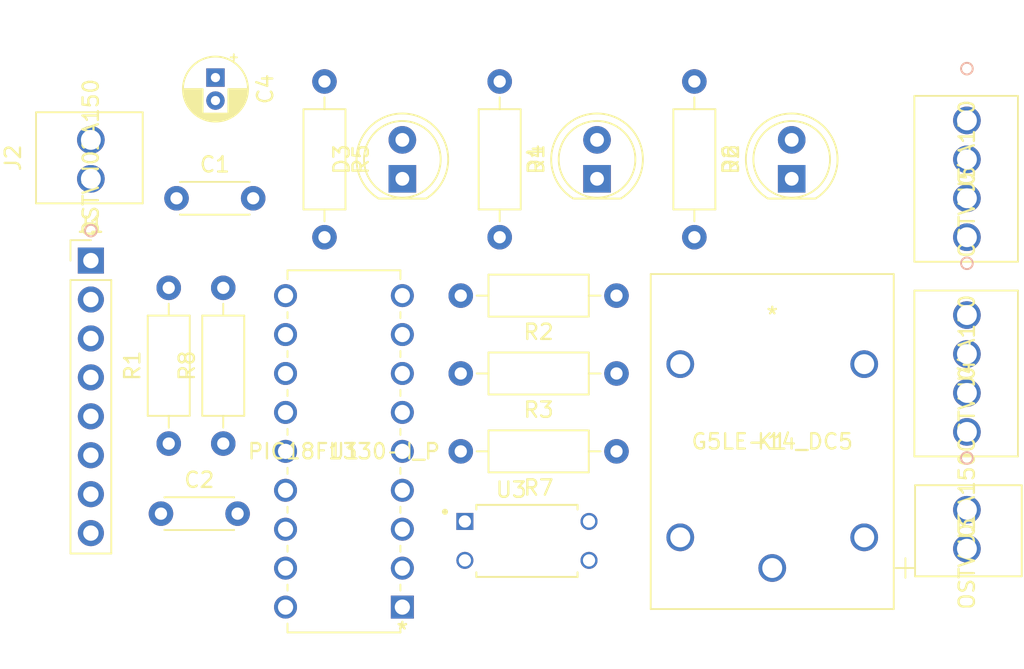
<source format=kicad_pcb>
(kicad_pcb (version 20171130) (host pcbnew "(5.1.12)-1")

  (general
    (thickness 1.6)
    (drawings 0)
    (tracks 0)
    (zones 0)
    (modules 26)
    (nets 33)
  )

  (page A4)
  (layers
    (0 F.Cu signal)
    (31 B.Cu signal)
    (32 B.Adhes user)
    (33 F.Adhes user)
    (34 B.Paste user)
    (35 F.Paste user)
    (36 B.SilkS user)
    (37 F.SilkS user)
    (38 B.Mask user)
    (39 F.Mask user)
    (40 Dwgs.User user)
    (41 Cmts.User user)
    (42 Eco1.User user)
    (43 Eco2.User user)
    (44 Edge.Cuts user)
    (45 Margin user)
    (46 B.CrtYd user)
    (47 F.CrtYd user)
    (48 B.Fab user)
    (49 F.Fab user)
  )

  (setup
    (last_trace_width 0.25)
    (trace_clearance 0.2)
    (zone_clearance 0.508)
    (zone_45_only no)
    (trace_min 0.2)
    (via_size 0.8)
    (via_drill 0.4)
    (via_min_size 0.4)
    (via_min_drill 0.3)
    (uvia_size 0.3)
    (uvia_drill 0.1)
    (uvias_allowed no)
    (uvia_min_size 0.2)
    (uvia_min_drill 0.1)
    (edge_width 0.1)
    (segment_width 0.2)
    (pcb_text_width 0.3)
    (pcb_text_size 1.5 1.5)
    (mod_edge_width 0.15)
    (mod_text_size 1 1)
    (mod_text_width 0.15)
    (pad_size 1.524 1.524)
    (pad_drill 0.762)
    (pad_to_mask_clearance 0)
    (aux_axis_origin 0 0)
    (visible_elements FFFFFF7F)
    (pcbplotparams
      (layerselection 0x010fc_ffffffff)
      (usegerberextensions false)
      (usegerberattributes true)
      (usegerberadvancedattributes true)
      (creategerberjobfile true)
      (excludeedgelayer true)
      (linewidth 0.100000)
      (plotframeref false)
      (viasonmask false)
      (mode 1)
      (useauxorigin false)
      (hpglpennumber 1)
      (hpglpenspeed 20)
      (hpglpendiameter 15.000000)
      (psnegative false)
      (psa4output false)
      (plotreference true)
      (plotvalue true)
      (plotinvisibletext false)
      (padsonsilk false)
      (subtractmaskfromsilk false)
      (outputformat 1)
      (mirror false)
      (drillshape 1)
      (scaleselection 1)
      (outputdirectory ""))
  )

  (net 0 "")
  (net 1 GND)
  (net 2 "Net-(C1-Pad1)")
  (net 3 +5V)
  (net 4 "Net-(D1-Pad2)")
  (net 5 *LED_STATUS)
  (net 6 "Net-(D2-Pad2)")
  (net 7 *LED_VALVE_ON)
  (net 8 "Net-(D3-Pad2)")
  (net 9 "Net-(J1-Pad8)")
  (net 10 "Net-(J1-Pad7)")
  (net 11 "Net-(J1-Pad6)")
  (net 12 "Net-(J1-Pad5)")
  (net 13 "Net-(J1-Pad4)")
  (net 14 "Net-(J3-Pad2)")
  (net 15 "Net-(J3-Pad1)")
  (net 16 "Net-(J4-Pad4)")
  (net 17 "Net-(J4-Pad3)")
  (net 18 "Net-(J4-Pad2)")
  (net 19 "Net-(J5-Pad4)")
  (net 20 "Net-(J5-Pad2)")
  (net 21 "Net-(K1-Pad2)")
  (net 22 "Net-(R7-Pad2)")
  (net 23 "Net-(R8-Pad1)")
  (net 24 "Net-(U1-Pad18)")
  (net 25 "Net-(U1-Pad17)")
  (net 26 "Net-(U1-Pad16)")
  (net 27 "Net-(U1-Pad15)")
  (net 28 "Net-(U1-Pad11)")
  (net 29 "Net-(U1-Pad10)")
  (net 30 "Net-(U1-Pad7)")
  (net 31 "Net-(U1-Pad6)")
  (net 32 *VALVE_ON)

  (net_class Default "This is the default net class."
    (clearance 0.2)
    (trace_width 0.25)
    (via_dia 0.8)
    (via_drill 0.4)
    (uvia_dia 0.3)
    (uvia_drill 0.1)
    (add_net *LED_STATUS)
    (add_net *LED_VALVE_ON)
    (add_net *VALVE_ON)
    (add_net +5V)
    (add_net GND)
    (add_net "Net-(C1-Pad1)")
    (add_net "Net-(D1-Pad2)")
    (add_net "Net-(D2-Pad2)")
    (add_net "Net-(D3-Pad2)")
    (add_net "Net-(J1-Pad4)")
    (add_net "Net-(J1-Pad5)")
    (add_net "Net-(J1-Pad6)")
    (add_net "Net-(J1-Pad7)")
    (add_net "Net-(J1-Pad8)")
    (add_net "Net-(J3-Pad1)")
    (add_net "Net-(J3-Pad2)")
    (add_net "Net-(J4-Pad2)")
    (add_net "Net-(J4-Pad3)")
    (add_net "Net-(J4-Pad4)")
    (add_net "Net-(J5-Pad2)")
    (add_net "Net-(J5-Pad4)")
    (add_net "Net-(K1-Pad2)")
    (add_net "Net-(R7-Pad2)")
    (add_net "Net-(R8-Pad1)")
    (add_net "Net-(U1-Pad10)")
    (add_net "Net-(U1-Pad11)")
    (add_net "Net-(U1-Pad15)")
    (add_net "Net-(U1-Pad16)")
    (add_net "Net-(U1-Pad17)")
    (add_net "Net-(U1-Pad18)")
    (add_net "Net-(U1-Pad6)")
    (add_net "Net-(U1-Pad7)")
  )

  (module MountingHole:MountingHole_2.5mm (layer F.Cu) (tedit 56D1B4CB) (tstamp 61C739C3)
    (at 144.78 100.33)
    (descr "Mounting Hole 2.5mm, no annular")
    (tags "mounting hole 2.5mm no annular")
    (path /61CCE197)
    (attr virtual)
    (fp_text reference H4 (at 0 -3.5) (layer F.SilkS) hide
      (effects (font (size 1 1) (thickness 0.15)))
    )
    (fp_text value MountingHole (at 0 3.5) (layer F.Fab) hide
      (effects (font (size 1 1) (thickness 0.15)))
    )
    (fp_text user %R (at 0.3 0) (layer F.Fab) hide
      (effects (font (size 1 1) (thickness 0.15)))
    )
    (fp_circle (center 0 0) (end 2.5 0) (layer Cmts.User) (width 0.15))
    (fp_circle (center 0 0) (end 2.75 0) (layer F.CrtYd) (width 0.05))
    (pad 1 np_thru_hole circle (at 0 0) (size 2.5 2.5) (drill 2.5) (layers *.Cu *.Mask))
  )

  (module MountingHole:MountingHole_2.5mm (layer F.Cu) (tedit 56D1B4CB) (tstamp 61C739BB)
    (at 87.63 100.33)
    (descr "Mounting Hole 2.5mm, no annular")
    (tags "mounting hole 2.5mm no annular")
    (path /61CCDB7C)
    (attr virtual)
    (fp_text reference H3 (at 0 -3.5) (layer F.SilkS) hide
      (effects (font (size 1 1) (thickness 0.15)))
    )
    (fp_text value MountingHole (at 0 3.5) (layer F.Fab) hide
      (effects (font (size 1 1) (thickness 0.15)))
    )
    (fp_text user %R (at 0.3 0) (layer F.Fab) hide
      (effects (font (size 1 1) (thickness 0.15)))
    )
    (fp_circle (center 0 0) (end 2.5 0) (layer Cmts.User) (width 0.15))
    (fp_circle (center 0 0) (end 2.75 0) (layer F.CrtYd) (width 0.05))
    (pad 1 np_thru_hole circle (at 0 0) (size 2.5 2.5) (drill 2.5) (layers *.Cu *.Mask))
  )

  (module MountingHole:MountingHole_2.5mm (layer F.Cu) (tedit 56D1B4CB) (tstamp 61C739B3)
    (at 144.78 62.23)
    (descr "Mounting Hole 2.5mm, no annular")
    (tags "mounting hole 2.5mm no annular")
    (path /61CCC7CF)
    (attr virtual)
    (fp_text reference H2 (at 0 -3.5) (layer F.SilkS) hide
      (effects (font (size 1 1) (thickness 0.15)))
    )
    (fp_text value MountingHole (at 0 3.5) (layer F.Fab) hide
      (effects (font (size 1 1) (thickness 0.15)))
    )
    (fp_text user %R (at 0.3 0) (layer F.Fab) hide
      (effects (font (size 1 1) (thickness 0.15)))
    )
    (fp_circle (center 0 0) (end 2.5 0) (layer Cmts.User) (width 0.15))
    (fp_circle (center 0 0) (end 2.75 0) (layer F.CrtYd) (width 0.05))
    (pad 1 np_thru_hole circle (at 0 0) (size 2.5 2.5) (drill 2.5) (layers *.Cu *.Mask))
  )

  (module MountingHole:MountingHole_2.5mm (layer F.Cu) (tedit 56D1B4CB) (tstamp 61C73E07)
    (at 87.63 62.23)
    (descr "Mounting Hole 2.5mm, no annular")
    (tags "mounting hole 2.5mm no annular")
    (path /61CCE8DE)
    (attr virtual)
    (fp_text reference H1 (at 0 -3.5) (layer F.SilkS) hide
      (effects (font (size 1 1) (thickness 0.15)))
    )
    (fp_text value MountingHole (at 0 3.5) (layer F.Fab) hide
      (effects (font (size 1 1) (thickness 0.15)))
    )
    (fp_text user %R (at 0.3 0) (layer F.Fab) hide
      (effects (font (size 1 1) (thickness 0.15)))
    )
    (fp_circle (center 0 0) (end 2.5 0) (layer Cmts.User) (width 0.15))
    (fp_circle (center 0 0) (end 2.75 0) (layer F.CrtYd) (width 0.05))
    (pad 1 np_thru_hole circle (at 0 0) (size 2.5 2.5) (drill 2.5) (layers *.Cu *.Mask))
  )

  (module Capacitor_THT:CP_Radial_D4.0mm_P1.50mm (layer F.Cu) (tedit 5AE50EF0) (tstamp 61C7798F)
    (at 95.758 64.516 270)
    (descr "CP, Radial series, Radial, pin pitch=1.50mm, , diameter=4mm, Electrolytic Capacitor")
    (tags "CP Radial series Radial pin pitch 1.50mm  diameter 4mm Electrolytic Capacitor")
    (path /61C6D8AF)
    (fp_text reference C4 (at 0.75 -3.25 90) (layer F.SilkS)
      (effects (font (size 1 1) (thickness 0.15)))
    )
    (fp_text value 10uF (at 0.75 3.25 90) (layer F.Fab)
      (effects (font (size 1 1) (thickness 0.15)))
    )
    (fp_text user %R (at 0.75 0 90) (layer F.Fab)
      (effects (font (size 0.8 0.8) (thickness 0.12)))
    )
    (fp_circle (center 0.75 0) (end 2.75 0) (layer F.Fab) (width 0.1))
    (fp_circle (center 0.75 0) (end 2.87 0) (layer F.SilkS) (width 0.12))
    (fp_circle (center 0.75 0) (end 3 0) (layer F.CrtYd) (width 0.05))
    (fp_line (start -0.952554 -0.8675) (end -0.552554 -0.8675) (layer F.Fab) (width 0.1))
    (fp_line (start -0.752554 -1.0675) (end -0.752554 -0.6675) (layer F.Fab) (width 0.1))
    (fp_line (start 0.75 0.84) (end 0.75 2.08) (layer F.SilkS) (width 0.12))
    (fp_line (start 0.75 -2.08) (end 0.75 -0.84) (layer F.SilkS) (width 0.12))
    (fp_line (start 0.79 0.84) (end 0.79 2.08) (layer F.SilkS) (width 0.12))
    (fp_line (start 0.79 -2.08) (end 0.79 -0.84) (layer F.SilkS) (width 0.12))
    (fp_line (start 0.83 0.84) (end 0.83 2.079) (layer F.SilkS) (width 0.12))
    (fp_line (start 0.83 -2.079) (end 0.83 -0.84) (layer F.SilkS) (width 0.12))
    (fp_line (start 0.87 -2.077) (end 0.87 -0.84) (layer F.SilkS) (width 0.12))
    (fp_line (start 0.87 0.84) (end 0.87 2.077) (layer F.SilkS) (width 0.12))
    (fp_line (start 0.91 -2.074) (end 0.91 -0.84) (layer F.SilkS) (width 0.12))
    (fp_line (start 0.91 0.84) (end 0.91 2.074) (layer F.SilkS) (width 0.12))
    (fp_line (start 0.95 -2.071) (end 0.95 -0.84) (layer F.SilkS) (width 0.12))
    (fp_line (start 0.95 0.84) (end 0.95 2.071) (layer F.SilkS) (width 0.12))
    (fp_line (start 0.99 -2.067) (end 0.99 -0.84) (layer F.SilkS) (width 0.12))
    (fp_line (start 0.99 0.84) (end 0.99 2.067) (layer F.SilkS) (width 0.12))
    (fp_line (start 1.03 -2.062) (end 1.03 -0.84) (layer F.SilkS) (width 0.12))
    (fp_line (start 1.03 0.84) (end 1.03 2.062) (layer F.SilkS) (width 0.12))
    (fp_line (start 1.07 -2.056) (end 1.07 -0.84) (layer F.SilkS) (width 0.12))
    (fp_line (start 1.07 0.84) (end 1.07 2.056) (layer F.SilkS) (width 0.12))
    (fp_line (start 1.11 -2.05) (end 1.11 -0.84) (layer F.SilkS) (width 0.12))
    (fp_line (start 1.11 0.84) (end 1.11 2.05) (layer F.SilkS) (width 0.12))
    (fp_line (start 1.15 -2.042) (end 1.15 -0.84) (layer F.SilkS) (width 0.12))
    (fp_line (start 1.15 0.84) (end 1.15 2.042) (layer F.SilkS) (width 0.12))
    (fp_line (start 1.19 -2.034) (end 1.19 -0.84) (layer F.SilkS) (width 0.12))
    (fp_line (start 1.19 0.84) (end 1.19 2.034) (layer F.SilkS) (width 0.12))
    (fp_line (start 1.23 -2.025) (end 1.23 -0.84) (layer F.SilkS) (width 0.12))
    (fp_line (start 1.23 0.84) (end 1.23 2.025) (layer F.SilkS) (width 0.12))
    (fp_line (start 1.27 -2.016) (end 1.27 -0.84) (layer F.SilkS) (width 0.12))
    (fp_line (start 1.27 0.84) (end 1.27 2.016) (layer F.SilkS) (width 0.12))
    (fp_line (start 1.31 -2.005) (end 1.31 -0.84) (layer F.SilkS) (width 0.12))
    (fp_line (start 1.31 0.84) (end 1.31 2.005) (layer F.SilkS) (width 0.12))
    (fp_line (start 1.35 -1.994) (end 1.35 -0.84) (layer F.SilkS) (width 0.12))
    (fp_line (start 1.35 0.84) (end 1.35 1.994) (layer F.SilkS) (width 0.12))
    (fp_line (start 1.39 -1.982) (end 1.39 -0.84) (layer F.SilkS) (width 0.12))
    (fp_line (start 1.39 0.84) (end 1.39 1.982) (layer F.SilkS) (width 0.12))
    (fp_line (start 1.43 -1.968) (end 1.43 -0.84) (layer F.SilkS) (width 0.12))
    (fp_line (start 1.43 0.84) (end 1.43 1.968) (layer F.SilkS) (width 0.12))
    (fp_line (start 1.471 -1.954) (end 1.471 -0.84) (layer F.SilkS) (width 0.12))
    (fp_line (start 1.471 0.84) (end 1.471 1.954) (layer F.SilkS) (width 0.12))
    (fp_line (start 1.511 -1.94) (end 1.511 -0.84) (layer F.SilkS) (width 0.12))
    (fp_line (start 1.511 0.84) (end 1.511 1.94) (layer F.SilkS) (width 0.12))
    (fp_line (start 1.551 -1.924) (end 1.551 -0.84) (layer F.SilkS) (width 0.12))
    (fp_line (start 1.551 0.84) (end 1.551 1.924) (layer F.SilkS) (width 0.12))
    (fp_line (start 1.591 -1.907) (end 1.591 -0.84) (layer F.SilkS) (width 0.12))
    (fp_line (start 1.591 0.84) (end 1.591 1.907) (layer F.SilkS) (width 0.12))
    (fp_line (start 1.631 -1.889) (end 1.631 -0.84) (layer F.SilkS) (width 0.12))
    (fp_line (start 1.631 0.84) (end 1.631 1.889) (layer F.SilkS) (width 0.12))
    (fp_line (start 1.671 -1.87) (end 1.671 -0.84) (layer F.SilkS) (width 0.12))
    (fp_line (start 1.671 0.84) (end 1.671 1.87) (layer F.SilkS) (width 0.12))
    (fp_line (start 1.711 -1.851) (end 1.711 -0.84) (layer F.SilkS) (width 0.12))
    (fp_line (start 1.711 0.84) (end 1.711 1.851) (layer F.SilkS) (width 0.12))
    (fp_line (start 1.751 -1.83) (end 1.751 -0.84) (layer F.SilkS) (width 0.12))
    (fp_line (start 1.751 0.84) (end 1.751 1.83) (layer F.SilkS) (width 0.12))
    (fp_line (start 1.791 -1.808) (end 1.791 -0.84) (layer F.SilkS) (width 0.12))
    (fp_line (start 1.791 0.84) (end 1.791 1.808) (layer F.SilkS) (width 0.12))
    (fp_line (start 1.831 -1.785) (end 1.831 -0.84) (layer F.SilkS) (width 0.12))
    (fp_line (start 1.831 0.84) (end 1.831 1.785) (layer F.SilkS) (width 0.12))
    (fp_line (start 1.871 -1.76) (end 1.871 -0.84) (layer F.SilkS) (width 0.12))
    (fp_line (start 1.871 0.84) (end 1.871 1.76) (layer F.SilkS) (width 0.12))
    (fp_line (start 1.911 -1.735) (end 1.911 -0.84) (layer F.SilkS) (width 0.12))
    (fp_line (start 1.911 0.84) (end 1.911 1.735) (layer F.SilkS) (width 0.12))
    (fp_line (start 1.951 -1.708) (end 1.951 -0.84) (layer F.SilkS) (width 0.12))
    (fp_line (start 1.951 0.84) (end 1.951 1.708) (layer F.SilkS) (width 0.12))
    (fp_line (start 1.991 -1.68) (end 1.991 -0.84) (layer F.SilkS) (width 0.12))
    (fp_line (start 1.991 0.84) (end 1.991 1.68) (layer F.SilkS) (width 0.12))
    (fp_line (start 2.031 -1.65) (end 2.031 -0.84) (layer F.SilkS) (width 0.12))
    (fp_line (start 2.031 0.84) (end 2.031 1.65) (layer F.SilkS) (width 0.12))
    (fp_line (start 2.071 -1.619) (end 2.071 -0.84) (layer F.SilkS) (width 0.12))
    (fp_line (start 2.071 0.84) (end 2.071 1.619) (layer F.SilkS) (width 0.12))
    (fp_line (start 2.111 -1.587) (end 2.111 -0.84) (layer F.SilkS) (width 0.12))
    (fp_line (start 2.111 0.84) (end 2.111 1.587) (layer F.SilkS) (width 0.12))
    (fp_line (start 2.151 -1.552) (end 2.151 -0.84) (layer F.SilkS) (width 0.12))
    (fp_line (start 2.151 0.84) (end 2.151 1.552) (layer F.SilkS) (width 0.12))
    (fp_line (start 2.191 -1.516) (end 2.191 -0.84) (layer F.SilkS) (width 0.12))
    (fp_line (start 2.191 0.84) (end 2.191 1.516) (layer F.SilkS) (width 0.12))
    (fp_line (start 2.231 -1.478) (end 2.231 -0.84) (layer F.SilkS) (width 0.12))
    (fp_line (start 2.231 0.84) (end 2.231 1.478) (layer F.SilkS) (width 0.12))
    (fp_line (start 2.271 -1.438) (end 2.271 -0.84) (layer F.SilkS) (width 0.12))
    (fp_line (start 2.271 0.84) (end 2.271 1.438) (layer F.SilkS) (width 0.12))
    (fp_line (start 2.311 -1.396) (end 2.311 -0.84) (layer F.SilkS) (width 0.12))
    (fp_line (start 2.311 0.84) (end 2.311 1.396) (layer F.SilkS) (width 0.12))
    (fp_line (start 2.351 -1.351) (end 2.351 1.351) (layer F.SilkS) (width 0.12))
    (fp_line (start 2.391 -1.304) (end 2.391 1.304) (layer F.SilkS) (width 0.12))
    (fp_line (start 2.431 -1.254) (end 2.431 1.254) (layer F.SilkS) (width 0.12))
    (fp_line (start 2.471 -1.2) (end 2.471 1.2) (layer F.SilkS) (width 0.12))
    (fp_line (start 2.511 -1.142) (end 2.511 1.142) (layer F.SilkS) (width 0.12))
    (fp_line (start 2.551 -1.08) (end 2.551 1.08) (layer F.SilkS) (width 0.12))
    (fp_line (start 2.591 -1.013) (end 2.591 1.013) (layer F.SilkS) (width 0.12))
    (fp_line (start 2.631 -0.94) (end 2.631 0.94) (layer F.SilkS) (width 0.12))
    (fp_line (start 2.671 -0.859) (end 2.671 0.859) (layer F.SilkS) (width 0.12))
    (fp_line (start 2.711 -0.768) (end 2.711 0.768) (layer F.SilkS) (width 0.12))
    (fp_line (start 2.751 -0.664) (end 2.751 0.664) (layer F.SilkS) (width 0.12))
    (fp_line (start 2.791 -0.537) (end 2.791 0.537) (layer F.SilkS) (width 0.12))
    (fp_line (start 2.831 -0.37) (end 2.831 0.37) (layer F.SilkS) (width 0.12))
    (fp_line (start -1.519801 -1.195) (end -1.119801 -1.195) (layer F.SilkS) (width 0.12))
    (fp_line (start -1.319801 -1.395) (end -1.319801 -0.995) (layer F.SilkS) (width 0.12))
    (pad 2 thru_hole circle (at 1.5 0 270) (size 1.2 1.2) (drill 0.6) (layers *.Cu *.Mask)
      (net 1 GND))
    (pad 1 thru_hole rect (at 0 0 270) (size 1.2 1.2) (drill 0.6) (layers *.Cu *.Mask)
      (net 3 +5V))
    (model ${KISYS3DMOD}/Capacitor_THT.3dshapes/CP_Radial_D4.0mm_P1.50mm.wrl
      (at (xyz 0 0 0))
      (scale (xyz 1 1 1))
      (rotate (xyz 0 0 0))
    )
  )

  (module Capacitor_THT:C_Disc_D4.3mm_W1.9mm_P5.00mm (layer F.Cu) (tedit 5AE50EF0) (tstamp 61C772F9)
    (at 92.202 92.964)
    (descr "C, Disc series, Radial, pin pitch=5.00mm, , diameter*width=4.3*1.9mm^2, Capacitor, http://www.vishay.com/docs/45233/krseries.pdf")
    (tags "C Disc series Radial pin pitch 5.00mm  diameter 4.3mm width 1.9mm Capacitor")
    (path /61C66B8F)
    (fp_text reference C2 (at 2.5 -2.2) (layer F.SilkS)
      (effects (font (size 1 1) (thickness 0.15)))
    )
    (fp_text value 100nF (at 2.5 2.2) (layer F.Fab)
      (effects (font (size 1 1) (thickness 0.15)))
    )
    (fp_text user %R (at 2.5 0) (layer F.Fab)
      (effects (font (size 0.86 0.86) (thickness 0.129)))
    )
    (fp_line (start 0.35 -0.95) (end 0.35 0.95) (layer F.Fab) (width 0.1))
    (fp_line (start 0.35 0.95) (end 4.65 0.95) (layer F.Fab) (width 0.1))
    (fp_line (start 4.65 0.95) (end 4.65 -0.95) (layer F.Fab) (width 0.1))
    (fp_line (start 4.65 -0.95) (end 0.35 -0.95) (layer F.Fab) (width 0.1))
    (fp_line (start 0.23 -1.07) (end 4.77 -1.07) (layer F.SilkS) (width 0.12))
    (fp_line (start 0.23 1.07) (end 4.77 1.07) (layer F.SilkS) (width 0.12))
    (fp_line (start 0.23 -1.07) (end 0.23 -1.055) (layer F.SilkS) (width 0.12))
    (fp_line (start 0.23 1.055) (end 0.23 1.07) (layer F.SilkS) (width 0.12))
    (fp_line (start 4.77 -1.07) (end 4.77 -1.055) (layer F.SilkS) (width 0.12))
    (fp_line (start 4.77 1.055) (end 4.77 1.07) (layer F.SilkS) (width 0.12))
    (fp_line (start -1.05 -1.2) (end -1.05 1.2) (layer F.CrtYd) (width 0.05))
    (fp_line (start -1.05 1.2) (end 6.05 1.2) (layer F.CrtYd) (width 0.05))
    (fp_line (start 6.05 1.2) (end 6.05 -1.2) (layer F.CrtYd) (width 0.05))
    (fp_line (start 6.05 -1.2) (end -1.05 -1.2) (layer F.CrtYd) (width 0.05))
    (pad 2 thru_hole circle (at 5 0) (size 1.6 1.6) (drill 0.8) (layers *.Cu *.Mask)
      (net 1 GND))
    (pad 1 thru_hole circle (at 0 0) (size 1.6 1.6) (drill 0.8) (layers *.Cu *.Mask)
      (net 3 +5V))
    (model ${KISYS3DMOD}/Capacitor_THT.3dshapes/C_Disc_D4.3mm_W1.9mm_P5.00mm.wrl
      (at (xyz 0 0 0))
      (scale (xyz 1 1 1))
      (rotate (xyz 0 0 0))
    )
  )

  (module Capacitor_THT:C_Disc_D4.3mm_W1.9mm_P5.00mm (layer F.Cu) (tedit 5AE50EF0) (tstamp 61C778FD)
    (at 93.218 72.39)
    (descr "C, Disc series, Radial, pin pitch=5.00mm, , diameter*width=4.3*1.9mm^2, Capacitor, http://www.vishay.com/docs/45233/krseries.pdf")
    (tags "C Disc series Radial pin pitch 5.00mm  diameter 4.3mm width 1.9mm Capacitor")
    (path /61CB46C3)
    (fp_text reference C1 (at 2.5 -2.2) (layer F.SilkS)
      (effects (font (size 1 1) (thickness 0.15)))
    )
    (fp_text value 100nF (at 2.5 2.2) (layer F.Fab)
      (effects (font (size 1 1) (thickness 0.15)))
    )
    (fp_text user %R (at 2.5 0) (layer F.Fab)
      (effects (font (size 0.86 0.86) (thickness 0.129)))
    )
    (fp_line (start 0.35 -0.95) (end 0.35 0.95) (layer F.Fab) (width 0.1))
    (fp_line (start 0.35 0.95) (end 4.65 0.95) (layer F.Fab) (width 0.1))
    (fp_line (start 4.65 0.95) (end 4.65 -0.95) (layer F.Fab) (width 0.1))
    (fp_line (start 4.65 -0.95) (end 0.35 -0.95) (layer F.Fab) (width 0.1))
    (fp_line (start 0.23 -1.07) (end 4.77 -1.07) (layer F.SilkS) (width 0.12))
    (fp_line (start 0.23 1.07) (end 4.77 1.07) (layer F.SilkS) (width 0.12))
    (fp_line (start 0.23 -1.07) (end 0.23 -1.055) (layer F.SilkS) (width 0.12))
    (fp_line (start 0.23 1.055) (end 0.23 1.07) (layer F.SilkS) (width 0.12))
    (fp_line (start 4.77 -1.07) (end 4.77 -1.055) (layer F.SilkS) (width 0.12))
    (fp_line (start 4.77 1.055) (end 4.77 1.07) (layer F.SilkS) (width 0.12))
    (fp_line (start -1.05 -1.2) (end -1.05 1.2) (layer F.CrtYd) (width 0.05))
    (fp_line (start -1.05 1.2) (end 6.05 1.2) (layer F.CrtYd) (width 0.05))
    (fp_line (start 6.05 1.2) (end 6.05 -1.2) (layer F.CrtYd) (width 0.05))
    (fp_line (start 6.05 -1.2) (end -1.05 -1.2) (layer F.CrtYd) (width 0.05))
    (pad 2 thru_hole circle (at 5 0) (size 1.6 1.6) (drill 0.8) (layers *.Cu *.Mask)
      (net 1 GND))
    (pad 1 thru_hole circle (at 0 0) (size 1.6 1.6) (drill 0.8) (layers *.Cu *.Mask)
      (net 2 "Net-(C1-Pad1)"))
    (model ${KISYS3DMOD}/Capacitor_THT.3dshapes/C_Disc_D4.3mm_W1.9mm_P5.00mm.wrl
      (at (xyz 0 0 0))
      (scale (xyz 1 1 1))
      (rotate (xyz 0 0 0))
    )
  )

  (module My_Library:DIP810W50P254L470H446Q4 (layer F.Cu) (tedit 61C67D04) (tstamp 61C77624)
    (at 116.078 94.742)
    (path /61C68FC5)
    (fp_text reference U3 (at -1.025 -3.335) (layer F.SilkS)
      (effects (font (size 1 1) (thickness 0.15)))
    )
    (fp_text value TPC817D_C9G (at 10.405 3.365) (layer F.Fab)
      (effects (font (size 1 1) (thickness 0.15)))
    )
    (fp_line (start -3.3 -2.35) (end 3.3 -2.35) (layer F.Fab) (width 0.127))
    (fp_line (start 3.3 -2.35) (end 3.3 2.35) (layer F.Fab) (width 0.127))
    (fp_line (start 3.3 2.35) (end -3.3 2.35) (layer F.Fab) (width 0.127))
    (fp_line (start -3.3 2.35) (end -3.3 -2.35) (layer F.Fab) (width 0.127))
    (fp_line (start -4.86 -2.6) (end 4.86 -2.6) (layer F.CrtYd) (width 0.05))
    (fp_line (start 4.86 -2.6) (end 4.86 2.6) (layer F.CrtYd) (width 0.05))
    (fp_line (start 4.86 2.6) (end -4.86 2.6) (layer F.CrtYd) (width 0.05))
    (fp_line (start -4.86 2.6) (end -4.86 -2.6) (layer F.CrtYd) (width 0.05))
    (fp_circle (center -5.35 -1.9) (end -5.25 -1.9) (layer F.SilkS) (width 0.2))
    (fp_line (start -3.3 -2.05) (end -3.3 -2.35) (layer F.SilkS) (width 0.127))
    (fp_line (start -3.3 -2.35) (end 3.3 -2.35) (layer F.SilkS) (width 0.127))
    (fp_line (start 3.3 -2.35) (end 3.3 -2.05) (layer F.SilkS) (width 0.127))
    (fp_line (start -3.3 2.05) (end -3.3 2.35) (layer F.SilkS) (width 0.127))
    (fp_line (start -3.3 2.35) (end 3.3 2.35) (layer F.SilkS) (width 0.127))
    (fp_line (start 3.3 2.35) (end 3.3 2.05) (layer F.SilkS) (width 0.127))
    (fp_circle (center -5.35 -1.9) (end -5.25 -1.9) (layer F.Fab) (width 0.2))
    (pad 4 thru_hole circle (at 4.05 -1.27) (size 1.11 1.11) (drill 0.8) (layers *.Cu *.Mask)
      (net 21 "Net-(K1-Pad2)"))
    (pad 3 thru_hole circle (at 4.05 1.27) (size 1.11 1.11) (drill 0.8) (layers *.Cu *.Mask)
      (net 1 GND))
    (pad 2 thru_hole circle (at -4.05 1.27) (size 1.11 1.11) (drill 0.8) (layers *.Cu *.Mask)
      (net 32 *VALVE_ON))
    (pad 1 thru_hole rect (at -4.05 -1.27) (size 1.11 1.11) (drill 0.8) (layers *.Cu *.Mask)
      (net 22 "Net-(R7-Pad2)"))
  )

  (module My_Library:PDIP18_300MC_MCH (layer F.Cu) (tedit 0) (tstamp 61C776DC)
    (at 107.95 99.06 180)
    (path /61C687E9)
    (fp_text reference U1 (at 3.81 10.16) (layer F.SilkS)
      (effects (font (size 1 1) (thickness 0.15)))
    )
    (fp_text value PIC18F1330-I_P (at 3.81 10.16) (layer F.SilkS)
      (effects (font (size 1 1) (thickness 0.15)))
    )
    (fp_arc (start 3.81 -1.524) (end 0.089032 -0.03871) (angle -180) (layer F.Fab) (width 0.1))
    (fp_arc (start 3.81 -1.524) (end 0.066666 -0.03871) (angle -180) (layer F.CrtYd) (width 0.05))
    (fp_text user * (at 0 -1.5113) (layer F.SilkS)
      (effects (font (size 1 1) (thickness 0.15)))
    )
    (fp_text user * (at 0.508 0) (layer F.Fab)
      (effects (font (size 1 1) (thickness 0.15)))
    )
    (fp_text user * (at 0.508 0) (layer F.Fab)
      (effects (font (size 1 1) (thickness 0.15)))
    )
    (fp_text user * (at 0 -1.5113) (layer F.SilkS)
      (effects (font (size 1 1) (thickness 0.15)))
    )
    (fp_text user "Copyright 2021 Accelerated Designs. All rights reserved." (at 0 0) (layer Cmts.User)
      (effects (font (size 0.127 0.127) (thickness 0.002)))
    )
    (fp_line (start 0.254 0.4953) (end 0.254 -0.4953) (layer F.Fab) (width 0.1))
    (fp_line (start 0.254 -0.4953) (end -0.4953 -0.4953) (layer F.Fab) (width 0.1))
    (fp_line (start -0.4953 -0.4953) (end -0.4953 0.4953) (layer F.Fab) (width 0.1))
    (fp_line (start -0.4953 0.4953) (end 0.254 0.4953) (layer F.Fab) (width 0.1))
    (fp_line (start 0.254 3.0353) (end 0.254 2.0447) (layer F.Fab) (width 0.1))
    (fp_line (start 0.254 2.0447) (end -0.4953 2.0447) (layer F.Fab) (width 0.1))
    (fp_line (start -0.4953 2.0447) (end -0.4953 3.0353) (layer F.Fab) (width 0.1))
    (fp_line (start -0.4953 3.0353) (end 0.254 3.0353) (layer F.Fab) (width 0.1))
    (fp_line (start 0.254 5.5753) (end 0.254 4.5847) (layer F.Fab) (width 0.1))
    (fp_line (start 0.254 4.5847) (end -0.4953 4.5847) (layer F.Fab) (width 0.1))
    (fp_line (start -0.4953 4.5847) (end -0.4953 5.5753) (layer F.Fab) (width 0.1))
    (fp_line (start -0.4953 5.5753) (end 0.254 5.5753) (layer F.Fab) (width 0.1))
    (fp_line (start 0.254 8.1153) (end 0.254 7.1247) (layer F.Fab) (width 0.1))
    (fp_line (start 0.254 7.1247) (end -0.4953 7.1247) (layer F.Fab) (width 0.1))
    (fp_line (start -0.4953 7.1247) (end -0.4953 8.1153) (layer F.Fab) (width 0.1))
    (fp_line (start -0.4953 8.1153) (end 0.254 8.1153) (layer F.Fab) (width 0.1))
    (fp_line (start 0.254 10.6553) (end 0.254 9.6647) (layer F.Fab) (width 0.1))
    (fp_line (start 0.254 9.6647) (end -0.4953 9.6647) (layer F.Fab) (width 0.1))
    (fp_line (start -0.4953 9.6647) (end -0.4953 10.6553) (layer F.Fab) (width 0.1))
    (fp_line (start -0.4953 10.6553) (end 0.254 10.6553) (layer F.Fab) (width 0.1))
    (fp_line (start 0.254 13.1953) (end 0.254 12.2047) (layer F.Fab) (width 0.1))
    (fp_line (start 0.254 12.2047) (end -0.4953 12.2047) (layer F.Fab) (width 0.1))
    (fp_line (start -0.4953 12.2047) (end -0.4953 13.1953) (layer F.Fab) (width 0.1))
    (fp_line (start -0.4953 13.1953) (end 0.254 13.1953) (layer F.Fab) (width 0.1))
    (fp_line (start 0.254 15.7353) (end 0.254 14.7447) (layer F.Fab) (width 0.1))
    (fp_line (start 0.254 14.7447) (end -0.4953 14.7447) (layer F.Fab) (width 0.1))
    (fp_line (start -0.4953 14.7447) (end -0.4953 15.7353) (layer F.Fab) (width 0.1))
    (fp_line (start -0.4953 15.7353) (end 0.254 15.7353) (layer F.Fab) (width 0.1))
    (fp_line (start 0.254 18.2753) (end 0.254 17.2847) (layer F.Fab) (width 0.1))
    (fp_line (start 0.254 17.2847) (end -0.4953 17.2847) (layer F.Fab) (width 0.1))
    (fp_line (start -0.4953 17.2847) (end -0.4953 18.2753) (layer F.Fab) (width 0.1))
    (fp_line (start -0.4953 18.2753) (end 0.254 18.2753) (layer F.Fab) (width 0.1))
    (fp_line (start 0.254 20.8153) (end 0.254 19.8247) (layer F.Fab) (width 0.1))
    (fp_line (start 0.254 19.8247) (end -0.4953 19.8247) (layer F.Fab) (width 0.1))
    (fp_line (start -0.4953 19.8247) (end -0.4953 20.8153) (layer F.Fab) (width 0.1))
    (fp_line (start -0.4953 20.8153) (end 0.254 20.8153) (layer F.Fab) (width 0.1))
    (fp_line (start 7.366 19.8247) (end 7.366 20.8153) (layer F.Fab) (width 0.1))
    (fp_line (start 7.366 20.8153) (end 8.1153 20.8153) (layer F.Fab) (width 0.1))
    (fp_line (start 8.1153 20.8153) (end 8.1153 19.8247) (layer F.Fab) (width 0.1))
    (fp_line (start 8.1153 19.8247) (end 7.366 19.8247) (layer F.Fab) (width 0.1))
    (fp_line (start 7.366 17.2847) (end 7.366 18.2753) (layer F.Fab) (width 0.1))
    (fp_line (start 7.366 18.2753) (end 8.1153 18.2753) (layer F.Fab) (width 0.1))
    (fp_line (start 8.1153 18.2753) (end 8.1153 17.2847) (layer F.Fab) (width 0.1))
    (fp_line (start 8.1153 17.2847) (end 7.366 17.2847) (layer F.Fab) (width 0.1))
    (fp_line (start 7.366 14.7447) (end 7.366 15.7353) (layer F.Fab) (width 0.1))
    (fp_line (start 7.366 15.7353) (end 8.1153 15.7353) (layer F.Fab) (width 0.1))
    (fp_line (start 8.1153 15.7353) (end 8.1153 14.7447) (layer F.Fab) (width 0.1))
    (fp_line (start 8.1153 14.7447) (end 7.366 14.7447) (layer F.Fab) (width 0.1))
    (fp_line (start 7.366 12.2047) (end 7.366 13.1953) (layer F.Fab) (width 0.1))
    (fp_line (start 7.366 13.1953) (end 8.1153 13.1953) (layer F.Fab) (width 0.1))
    (fp_line (start 8.1153 13.1953) (end 8.1153 12.2047) (layer F.Fab) (width 0.1))
    (fp_line (start 8.1153 12.2047) (end 7.366 12.2047) (layer F.Fab) (width 0.1))
    (fp_line (start 7.366 9.6647) (end 7.366 10.6553) (layer F.Fab) (width 0.1))
    (fp_line (start 7.366 10.6553) (end 8.1153 10.6553) (layer F.Fab) (width 0.1))
    (fp_line (start 8.1153 10.6553) (end 8.1153 9.6647) (layer F.Fab) (width 0.1))
    (fp_line (start 8.1153 9.6647) (end 7.366 9.6647) (layer F.Fab) (width 0.1))
    (fp_line (start 7.366 7.1247) (end 7.366 8.1153) (layer F.Fab) (width 0.1))
    (fp_line (start 7.366 8.1153) (end 8.1153 8.1153) (layer F.Fab) (width 0.1))
    (fp_line (start 8.1153 8.1153) (end 8.1153 7.1247) (layer F.Fab) (width 0.1))
    (fp_line (start 8.1153 7.1247) (end 7.366 7.1247) (layer F.Fab) (width 0.1))
    (fp_line (start 7.366 4.5847) (end 7.366 5.5753) (layer F.Fab) (width 0.1))
    (fp_line (start 7.366 5.5753) (end 8.1153 5.5753) (layer F.Fab) (width 0.1))
    (fp_line (start 8.1153 5.5753) (end 8.1153 4.5847) (layer F.Fab) (width 0.1))
    (fp_line (start 8.1153 4.5847) (end 7.366 4.5847) (layer F.Fab) (width 0.1))
    (fp_line (start 7.366 2.0447) (end 7.366 3.0353) (layer F.Fab) (width 0.1))
    (fp_line (start 7.366 3.0353) (end 8.1153 3.0353) (layer F.Fab) (width 0.1))
    (fp_line (start 8.1153 3.0353) (end 8.1153 2.0447) (layer F.Fab) (width 0.1))
    (fp_line (start 8.1153 2.0447) (end 7.366 2.0447) (layer F.Fab) (width 0.1))
    (fp_line (start 7.366 -0.4953) (end 7.366 0.4953) (layer F.Fab) (width 0.1))
    (fp_line (start 7.366 0.4953) (end 8.1153 0.4953) (layer F.Fab) (width 0.1))
    (fp_line (start 8.1153 0.4953) (end 8.1153 -0.4953) (layer F.Fab) (width 0.1))
    (fp_line (start 8.1153 -0.4953) (end 7.366 -0.4953) (layer F.Fab) (width 0.1))
    (fp_line (start 0.127 21.971) (end 7.493 21.971) (layer F.SilkS) (width 0.12))
    (fp_line (start 7.493 21.971) (end 7.493 21.394561) (layer F.SilkS) (width 0.12))
    (fp_line (start 7.493 -1.651) (end 0.127 -1.651) (layer F.SilkS) (width 0.12))
    (fp_line (start 0.127 -1.651) (end 0.127 -1.08204) (layer F.SilkS) (width 0.12))
    (fp_line (start 0.254 21.844) (end 7.366 21.844) (layer F.Fab) (width 0.1))
    (fp_line (start 7.366 21.844) (end 7.366 -1.524) (layer F.Fab) (width 0.1))
    (fp_line (start 7.366 -1.524) (end 0.254 -1.524) (layer F.Fab) (width 0.1))
    (fp_line (start 0.254 -1.524) (end 0.254 21.844) (layer F.Fab) (width 0.1))
    (fp_line (start 0.127 1.08204) (end 0.127 1.465439) (layer F.SilkS) (width 0.12))
    (fp_line (start 0.127 3.614561) (end 0.127 4.005439) (layer F.SilkS) (width 0.12))
    (fp_line (start 0.127 6.154561) (end 0.127 6.545439) (layer F.SilkS) (width 0.12))
    (fp_line (start 0.127 8.694561) (end 0.127 9.085439) (layer F.SilkS) (width 0.12))
    (fp_line (start 0.127 11.234561) (end 0.127 11.625439) (layer F.SilkS) (width 0.12))
    (fp_line (start 0.127 13.774561) (end 0.127 14.165439) (layer F.SilkS) (width 0.12))
    (fp_line (start 0.127 16.314561) (end 0.127 16.705439) (layer F.SilkS) (width 0.12))
    (fp_line (start 0.127 18.854561) (end 0.127 19.245439) (layer F.SilkS) (width 0.12))
    (fp_line (start 0.127 21.394561) (end 0.127 21.971) (layer F.SilkS) (width 0.12))
    (fp_line (start 7.493 19.245439) (end 7.493 18.854561) (layer F.SilkS) (width 0.12))
    (fp_line (start 7.493 16.705439) (end 7.493 16.314561) (layer F.SilkS) (width 0.12))
    (fp_line (start 7.493 14.165439) (end 7.493 13.774561) (layer F.SilkS) (width 0.12))
    (fp_line (start 7.493 11.625439) (end 7.493 11.234561) (layer F.SilkS) (width 0.12))
    (fp_line (start 7.493 9.085439) (end 7.493 8.694561) (layer F.SilkS) (width 0.12))
    (fp_line (start 7.493 6.545439) (end 7.493 6.154561) (layer F.SilkS) (width 0.12))
    (fp_line (start 7.493 4.005439) (end 7.493 3.614561) (layer F.SilkS) (width 0.12))
    (fp_line (start 7.493 1.465439) (end 7.493 1.074561) (layer F.SilkS) (width 0.12))
    (fp_line (start 7.493 -1.074561) (end 7.493 -1.651) (layer F.SilkS) (width 0.12))
    (fp_line (start 8.6233 21.336) (end 8.6233 -1.016) (layer F.CrtYd) (width 0.05))
    (fp_line (start 8.6233 -1.016) (end 7.62 -1.016) (layer F.CrtYd) (width 0.05))
    (fp_line (start 7.62 -1.016) (end 7.62 -1.778) (layer F.CrtYd) (width 0.05))
    (fp_line (start 7.62 -1.778) (end 0 -1.778) (layer F.CrtYd) (width 0.05))
    (fp_line (start 0 -1.778) (end 0 -1.016) (layer F.CrtYd) (width 0.05))
    (fp_line (start 0 -1.016) (end -1.0033 -1.016) (layer F.CrtYd) (width 0.05))
    (fp_line (start -1.0033 -1.016) (end -1.0033 21.336) (layer F.CrtYd) (width 0.05))
    (fp_line (start -1.0033 21.336) (end 0 21.336) (layer F.CrtYd) (width 0.05))
    (fp_line (start 0 21.336) (end 0 22.098) (layer F.CrtYd) (width 0.05))
    (fp_line (start 0 22.098) (end 7.62 22.098) (layer F.CrtYd) (width 0.05))
    (fp_line (start 7.62 22.098) (end 7.62 21.336) (layer F.CrtYd) (width 0.05))
    (fp_line (start 7.62 21.336) (end 8.6233 21.336) (layer F.CrtYd) (width 0.05))
    (pad 18 thru_hole circle (at 7.62 0 180) (size 1.4986 1.4986) (drill 0.9906) (layers *.Cu *.Mask)
      (net 24 "Net-(U1-Pad18)"))
    (pad 17 thru_hole circle (at 7.62 2.54 180) (size 1.4986 1.4986) (drill 0.9906) (layers *.Cu *.Mask)
      (net 25 "Net-(U1-Pad17)"))
    (pad 16 thru_hole circle (at 7.62 5.08 180) (size 1.4986 1.4986) (drill 0.9906) (layers *.Cu *.Mask)
      (net 26 "Net-(U1-Pad16)"))
    (pad 15 thru_hole circle (at 7.62 7.62 180) (size 1.4986 1.4986) (drill 0.9906) (layers *.Cu *.Mask)
      (net 27 "Net-(U1-Pad15)"))
    (pad 14 thru_hole circle (at 7.62 10.16 180) (size 1.4986 1.4986) (drill 0.9906) (layers *.Cu *.Mask)
      (net 3 +5V))
    (pad 13 thru_hole circle (at 7.62 12.7 180) (size 1.4986 1.4986) (drill 0.9906) (layers *.Cu *.Mask)
      (net 13 "Net-(J1-Pad4)"))
    (pad 12 thru_hole circle (at 7.62 15.24 180) (size 1.4986 1.4986) (drill 0.9906) (layers *.Cu *.Mask)
      (net 12 "Net-(J1-Pad5)"))
    (pad 11 thru_hole circle (at 7.62 17.78 180) (size 1.4986 1.4986) (drill 0.9906) (layers *.Cu *.Mask)
      (net 28 "Net-(U1-Pad11)"))
    (pad 10 thru_hole circle (at 7.62 20.32 180) (size 1.4986 1.4986) (drill 0.9906) (layers *.Cu *.Mask)
      (net 29 "Net-(U1-Pad10)"))
    (pad 9 thru_hole circle (at 0 20.32 180) (size 1.4986 1.4986) (drill 0.9906) (layers *.Cu *.Mask)
      (net 20 "Net-(J5-Pad2)"))
    (pad 8 thru_hole circle (at 0 17.78 180) (size 1.4986 1.4986) (drill 0.9906) (layers *.Cu *.Mask)
      (net 19 "Net-(J5-Pad4)"))
    (pad 7 thru_hole circle (at 0 15.24 180) (size 1.4986 1.4986) (drill 0.9906) (layers *.Cu *.Mask)
      (net 30 "Net-(U1-Pad7)"))
    (pad 6 thru_hole circle (at 0 12.7 180) (size 1.4986 1.4986) (drill 0.9906) (layers *.Cu *.Mask)
      (net 31 "Net-(U1-Pad6)"))
    (pad 5 thru_hole circle (at 0 10.16 180) (size 1.4986 1.4986) (drill 0.9906) (layers *.Cu *.Mask)
      (net 1 GND))
    (pad 4 thru_hole circle (at 0 7.62 180) (size 1.4986 1.4986) (drill 0.9906) (layers *.Cu *.Mask)
      (net 23 "Net-(R8-Pad1)"))
    (pad 3 thru_hole circle (at 0 5.08 180) (size 1.4986 1.4986) (drill 0.9906) (layers *.Cu *.Mask)
      (net 32 *VALVE_ON))
    (pad 2 thru_hole circle (at 0 2.54 180) (size 1.4986 1.4986) (drill 0.9906) (layers *.Cu *.Mask)
      (net 5 *LED_STATUS))
    (pad 1 thru_hole rect (at 0 0 180) (size 1.4986 1.4986) (drill 0.9906) (layers *.Cu *.Mask)
      (net 7 *LED_VALVE_ON))
  )

  (module Resistor_THT:R_Axial_DIN0207_L6.3mm_D2.5mm_P10.16mm_Horizontal (layer F.Cu) (tedit 5AE5139B) (tstamp 61C77806)
    (at 96.266 88.392 90)
    (descr "Resistor, Axial_DIN0207 series, Axial, Horizontal, pin pitch=10.16mm, 0.25W = 1/4W, length*diameter=6.3*2.5mm^2, http://cdn-reichelt.de/documents/datenblatt/B400/1_4W%23YAG.pdf")
    (tags "Resistor Axial_DIN0207 series Axial Horizontal pin pitch 10.16mm 0.25W = 1/4W length 6.3mm diameter 2.5mm")
    (path /61C5F99D)
    (fp_text reference R8 (at 5.08 -2.37 90) (layer F.SilkS)
      (effects (font (size 1 1) (thickness 0.15)))
    )
    (fp_text value 100R (at 5.08 2.37 90) (layer F.Fab)
      (effects (font (size 1 1) (thickness 0.15)))
    )
    (fp_text user %R (at 5.08 0 90) (layer F.Fab)
      (effects (font (size 1 1) (thickness 0.15)))
    )
    (fp_line (start 1.93 -1.25) (end 1.93 1.25) (layer F.Fab) (width 0.1))
    (fp_line (start 1.93 1.25) (end 8.23 1.25) (layer F.Fab) (width 0.1))
    (fp_line (start 8.23 1.25) (end 8.23 -1.25) (layer F.Fab) (width 0.1))
    (fp_line (start 8.23 -1.25) (end 1.93 -1.25) (layer F.Fab) (width 0.1))
    (fp_line (start 0 0) (end 1.93 0) (layer F.Fab) (width 0.1))
    (fp_line (start 10.16 0) (end 8.23 0) (layer F.Fab) (width 0.1))
    (fp_line (start 1.81 -1.37) (end 1.81 1.37) (layer F.SilkS) (width 0.12))
    (fp_line (start 1.81 1.37) (end 8.35 1.37) (layer F.SilkS) (width 0.12))
    (fp_line (start 8.35 1.37) (end 8.35 -1.37) (layer F.SilkS) (width 0.12))
    (fp_line (start 8.35 -1.37) (end 1.81 -1.37) (layer F.SilkS) (width 0.12))
    (fp_line (start 1.04 0) (end 1.81 0) (layer F.SilkS) (width 0.12))
    (fp_line (start 9.12 0) (end 8.35 0) (layer F.SilkS) (width 0.12))
    (fp_line (start -1.05 -1.5) (end -1.05 1.5) (layer F.CrtYd) (width 0.05))
    (fp_line (start -1.05 1.5) (end 11.21 1.5) (layer F.CrtYd) (width 0.05))
    (fp_line (start 11.21 1.5) (end 11.21 -1.5) (layer F.CrtYd) (width 0.05))
    (fp_line (start 11.21 -1.5) (end -1.05 -1.5) (layer F.CrtYd) (width 0.05))
    (pad 2 thru_hole oval (at 10.16 0 90) (size 1.6 1.6) (drill 0.8) (layers *.Cu *.Mask)
      (net 2 "Net-(C1-Pad1)"))
    (pad 1 thru_hole circle (at 0 0 90) (size 1.6 1.6) (drill 0.8) (layers *.Cu *.Mask)
      (net 23 "Net-(R8-Pad1)"))
    (model ${KISYS3DMOD}/Resistor_THT.3dshapes/R_Axial_DIN0207_L6.3mm_D2.5mm_P10.16mm_Horizontal.wrl
      (at (xyz 0 0 0))
      (scale (xyz 1 1 1))
      (rotate (xyz 0 0 0))
    )
  )

  (module Resistor_THT:R_Axial_DIN0207_L6.3mm_D2.5mm_P10.16mm_Horizontal (layer F.Cu) (tedit 5AE5139B) (tstamp 61C76EB1)
    (at 121.92 88.9 180)
    (descr "Resistor, Axial_DIN0207 series, Axial, Horizontal, pin pitch=10.16mm, 0.25W = 1/4W, length*diameter=6.3*2.5mm^2, http://cdn-reichelt.de/documents/datenblatt/B400/1_4W%23YAG.pdf")
    (tags "Resistor Axial_DIN0207 series Axial Horizontal pin pitch 10.16mm 0.25W = 1/4W length 6.3mm diameter 2.5mm")
    (path /61C71CD3)
    (fp_text reference R7 (at 5.08 -2.37) (layer F.SilkS)
      (effects (font (size 1 1) (thickness 0.15)))
    )
    (fp_text value 220R (at 5.08 2.37) (layer F.Fab)
      (effects (font (size 1 1) (thickness 0.15)))
    )
    (fp_text user %R (at 5.08 0) (layer F.Fab)
      (effects (font (size 1 1) (thickness 0.15)))
    )
    (fp_line (start 1.93 -1.25) (end 1.93 1.25) (layer F.Fab) (width 0.1))
    (fp_line (start 1.93 1.25) (end 8.23 1.25) (layer F.Fab) (width 0.1))
    (fp_line (start 8.23 1.25) (end 8.23 -1.25) (layer F.Fab) (width 0.1))
    (fp_line (start 8.23 -1.25) (end 1.93 -1.25) (layer F.Fab) (width 0.1))
    (fp_line (start 0 0) (end 1.93 0) (layer F.Fab) (width 0.1))
    (fp_line (start 10.16 0) (end 8.23 0) (layer F.Fab) (width 0.1))
    (fp_line (start 1.81 -1.37) (end 1.81 1.37) (layer F.SilkS) (width 0.12))
    (fp_line (start 1.81 1.37) (end 8.35 1.37) (layer F.SilkS) (width 0.12))
    (fp_line (start 8.35 1.37) (end 8.35 -1.37) (layer F.SilkS) (width 0.12))
    (fp_line (start 8.35 -1.37) (end 1.81 -1.37) (layer F.SilkS) (width 0.12))
    (fp_line (start 1.04 0) (end 1.81 0) (layer F.SilkS) (width 0.12))
    (fp_line (start 9.12 0) (end 8.35 0) (layer F.SilkS) (width 0.12))
    (fp_line (start -1.05 -1.5) (end -1.05 1.5) (layer F.CrtYd) (width 0.05))
    (fp_line (start -1.05 1.5) (end 11.21 1.5) (layer F.CrtYd) (width 0.05))
    (fp_line (start 11.21 1.5) (end 11.21 -1.5) (layer F.CrtYd) (width 0.05))
    (fp_line (start 11.21 -1.5) (end -1.05 -1.5) (layer F.CrtYd) (width 0.05))
    (pad 2 thru_hole oval (at 10.16 0 180) (size 1.6 1.6) (drill 0.8) (layers *.Cu *.Mask)
      (net 22 "Net-(R7-Pad2)"))
    (pad 1 thru_hole circle (at 0 0 180) (size 1.6 1.6) (drill 0.8) (layers *.Cu *.Mask)
      (net 3 +5V))
    (model ${KISYS3DMOD}/Resistor_THT.3dshapes/R_Axial_DIN0207_L6.3mm_D2.5mm_P10.16mm_Horizontal.wrl
      (at (xyz 0 0 0))
      (scale (xyz 1 1 1))
      (rotate (xyz 0 0 0))
    )
  )

  (module Resistor_THT:R_Axial_DIN0207_L6.3mm_D2.5mm_P10.16mm_Horizontal (layer F.Cu) (tedit 5AE5139B) (tstamp 61C76E6F)
    (at 127 64.77 270)
    (descr "Resistor, Axial_DIN0207 series, Axial, Horizontal, pin pitch=10.16mm, 0.25W = 1/4W, length*diameter=6.3*2.5mm^2, http://cdn-reichelt.de/documents/datenblatt/B400/1_4W%23YAG.pdf")
    (tags "Resistor Axial_DIN0207 series Axial Horizontal pin pitch 10.16mm 0.25W = 1/4W length 6.3mm diameter 2.5mm")
    (path /61C85F80)
    (fp_text reference R6 (at 5.08 -2.37 90) (layer F.SilkS)
      (effects (font (size 1 1) (thickness 0.15)))
    )
    (fp_text value 360R (at 5.08 2.37 90) (layer F.Fab)
      (effects (font (size 1 1) (thickness 0.15)))
    )
    (fp_text user %R (at 5.08 0 90) (layer F.Fab)
      (effects (font (size 1 1) (thickness 0.15)))
    )
    (fp_line (start 1.93 -1.25) (end 1.93 1.25) (layer F.Fab) (width 0.1))
    (fp_line (start 1.93 1.25) (end 8.23 1.25) (layer F.Fab) (width 0.1))
    (fp_line (start 8.23 1.25) (end 8.23 -1.25) (layer F.Fab) (width 0.1))
    (fp_line (start 8.23 -1.25) (end 1.93 -1.25) (layer F.Fab) (width 0.1))
    (fp_line (start 0 0) (end 1.93 0) (layer F.Fab) (width 0.1))
    (fp_line (start 10.16 0) (end 8.23 0) (layer F.Fab) (width 0.1))
    (fp_line (start 1.81 -1.37) (end 1.81 1.37) (layer F.SilkS) (width 0.12))
    (fp_line (start 1.81 1.37) (end 8.35 1.37) (layer F.SilkS) (width 0.12))
    (fp_line (start 8.35 1.37) (end 8.35 -1.37) (layer F.SilkS) (width 0.12))
    (fp_line (start 8.35 -1.37) (end 1.81 -1.37) (layer F.SilkS) (width 0.12))
    (fp_line (start 1.04 0) (end 1.81 0) (layer F.SilkS) (width 0.12))
    (fp_line (start 9.12 0) (end 8.35 0) (layer F.SilkS) (width 0.12))
    (fp_line (start -1.05 -1.5) (end -1.05 1.5) (layer F.CrtYd) (width 0.05))
    (fp_line (start -1.05 1.5) (end 11.21 1.5) (layer F.CrtYd) (width 0.05))
    (fp_line (start 11.21 1.5) (end 11.21 -1.5) (layer F.CrtYd) (width 0.05))
    (fp_line (start 11.21 -1.5) (end -1.05 -1.5) (layer F.CrtYd) (width 0.05))
    (pad 2 thru_hole oval (at 10.16 0 270) (size 1.6 1.6) (drill 0.8) (layers *.Cu *.Mask)
      (net 6 "Net-(D2-Pad2)"))
    (pad 1 thru_hole circle (at 0 0 270) (size 1.6 1.6) (drill 0.8) (layers *.Cu *.Mask)
      (net 3 +5V))
    (model ${KISYS3DMOD}/Resistor_THT.3dshapes/R_Axial_DIN0207_L6.3mm_D2.5mm_P10.16mm_Horizontal.wrl
      (at (xyz 0 0 0))
      (scale (xyz 1 1 1))
      (rotate (xyz 0 0 0))
    )
  )

  (module Resistor_THT:R_Axial_DIN0207_L6.3mm_D2.5mm_P10.16mm_Horizontal (layer F.Cu) (tedit 5AE5139B) (tstamp 61C77848)
    (at 102.87 64.77 270)
    (descr "Resistor, Axial_DIN0207 series, Axial, Horizontal, pin pitch=10.16mm, 0.25W = 1/4W, length*diameter=6.3*2.5mm^2, http://cdn-reichelt.de/documents/datenblatt/B400/1_4W%23YAG.pdf")
    (tags "Resistor Axial_DIN0207 series Axial Horizontal pin pitch 10.16mm 0.25W = 1/4W length 6.3mm diameter 2.5mm")
    (path /61C864BE)
    (fp_text reference R5 (at 5.08 -2.37 90) (layer F.SilkS)
      (effects (font (size 1 1) (thickness 0.15)))
    )
    (fp_text value 360R (at 5.08 2.37 90) (layer F.Fab)
      (effects (font (size 1 1) (thickness 0.15)))
    )
    (fp_text user %R (at 5.08 0 90) (layer F.Fab)
      (effects (font (size 1 1) (thickness 0.15)))
    )
    (fp_line (start 1.93 -1.25) (end 1.93 1.25) (layer F.Fab) (width 0.1))
    (fp_line (start 1.93 1.25) (end 8.23 1.25) (layer F.Fab) (width 0.1))
    (fp_line (start 8.23 1.25) (end 8.23 -1.25) (layer F.Fab) (width 0.1))
    (fp_line (start 8.23 -1.25) (end 1.93 -1.25) (layer F.Fab) (width 0.1))
    (fp_line (start 0 0) (end 1.93 0) (layer F.Fab) (width 0.1))
    (fp_line (start 10.16 0) (end 8.23 0) (layer F.Fab) (width 0.1))
    (fp_line (start 1.81 -1.37) (end 1.81 1.37) (layer F.SilkS) (width 0.12))
    (fp_line (start 1.81 1.37) (end 8.35 1.37) (layer F.SilkS) (width 0.12))
    (fp_line (start 8.35 1.37) (end 8.35 -1.37) (layer F.SilkS) (width 0.12))
    (fp_line (start 8.35 -1.37) (end 1.81 -1.37) (layer F.SilkS) (width 0.12))
    (fp_line (start 1.04 0) (end 1.81 0) (layer F.SilkS) (width 0.12))
    (fp_line (start 9.12 0) (end 8.35 0) (layer F.SilkS) (width 0.12))
    (fp_line (start -1.05 -1.5) (end -1.05 1.5) (layer F.CrtYd) (width 0.05))
    (fp_line (start -1.05 1.5) (end 11.21 1.5) (layer F.CrtYd) (width 0.05))
    (fp_line (start 11.21 1.5) (end 11.21 -1.5) (layer F.CrtYd) (width 0.05))
    (fp_line (start 11.21 -1.5) (end -1.05 -1.5) (layer F.CrtYd) (width 0.05))
    (pad 2 thru_hole oval (at 10.16 0 270) (size 1.6 1.6) (drill 0.8) (layers *.Cu *.Mask)
      (net 8 "Net-(D3-Pad2)"))
    (pad 1 thru_hole circle (at 0 0 270) (size 1.6 1.6) (drill 0.8) (layers *.Cu *.Mask)
      (net 3 +5V))
    (model ${KISYS3DMOD}/Resistor_THT.3dshapes/R_Axial_DIN0207_L6.3mm_D2.5mm_P10.16mm_Horizontal.wrl
      (at (xyz 0 0 0))
      (scale (xyz 1 1 1))
      (rotate (xyz 0 0 0))
    )
  )

  (module Resistor_THT:R_Axial_DIN0207_L6.3mm_D2.5mm_P10.16mm_Horizontal (layer F.Cu) (tedit 5AE5139B) (tstamp 61C7788A)
    (at 114.3 64.77 270)
    (descr "Resistor, Axial_DIN0207 series, Axial, Horizontal, pin pitch=10.16mm, 0.25W = 1/4W, length*diameter=6.3*2.5mm^2, http://cdn-reichelt.de/documents/datenblatt/B400/1_4W%23YAG.pdf")
    (tags "Resistor Axial_DIN0207 series Axial Horizontal pin pitch 10.16mm 0.25W = 1/4W length 6.3mm diameter 2.5mm")
    (path /61C825CA)
    (fp_text reference R4 (at 5.08 -2.37 90) (layer F.SilkS)
      (effects (font (size 1 1) (thickness 0.15)))
    )
    (fp_text value 360R (at 5.08 2.37 90) (layer F.Fab)
      (effects (font (size 1 1) (thickness 0.15)))
    )
    (fp_text user %R (at 5.08 0 90) (layer F.Fab)
      (effects (font (size 1 1) (thickness 0.15)))
    )
    (fp_line (start 1.93 -1.25) (end 1.93 1.25) (layer F.Fab) (width 0.1))
    (fp_line (start 1.93 1.25) (end 8.23 1.25) (layer F.Fab) (width 0.1))
    (fp_line (start 8.23 1.25) (end 8.23 -1.25) (layer F.Fab) (width 0.1))
    (fp_line (start 8.23 -1.25) (end 1.93 -1.25) (layer F.Fab) (width 0.1))
    (fp_line (start 0 0) (end 1.93 0) (layer F.Fab) (width 0.1))
    (fp_line (start 10.16 0) (end 8.23 0) (layer F.Fab) (width 0.1))
    (fp_line (start 1.81 -1.37) (end 1.81 1.37) (layer F.SilkS) (width 0.12))
    (fp_line (start 1.81 1.37) (end 8.35 1.37) (layer F.SilkS) (width 0.12))
    (fp_line (start 8.35 1.37) (end 8.35 -1.37) (layer F.SilkS) (width 0.12))
    (fp_line (start 8.35 -1.37) (end 1.81 -1.37) (layer F.SilkS) (width 0.12))
    (fp_line (start 1.04 0) (end 1.81 0) (layer F.SilkS) (width 0.12))
    (fp_line (start 9.12 0) (end 8.35 0) (layer F.SilkS) (width 0.12))
    (fp_line (start -1.05 -1.5) (end -1.05 1.5) (layer F.CrtYd) (width 0.05))
    (fp_line (start -1.05 1.5) (end 11.21 1.5) (layer F.CrtYd) (width 0.05))
    (fp_line (start 11.21 1.5) (end 11.21 -1.5) (layer F.CrtYd) (width 0.05))
    (fp_line (start 11.21 -1.5) (end -1.05 -1.5) (layer F.CrtYd) (width 0.05))
    (pad 2 thru_hole oval (at 10.16 0 270) (size 1.6 1.6) (drill 0.8) (layers *.Cu *.Mask)
      (net 4 "Net-(D1-Pad2)"))
    (pad 1 thru_hole circle (at 0 0 270) (size 1.6 1.6) (drill 0.8) (layers *.Cu *.Mask)
      (net 3 +5V))
    (model ${KISYS3DMOD}/Resistor_THT.3dshapes/R_Axial_DIN0207_L6.3mm_D2.5mm_P10.16mm_Horizontal.wrl
      (at (xyz 0 0 0))
      (scale (xyz 1 1 1))
      (rotate (xyz 0 0 0))
    )
  )

  (module Resistor_THT:R_Axial_DIN0207_L6.3mm_D2.5mm_P10.16mm_Horizontal (layer F.Cu) (tedit 5AE5139B) (tstamp 61C771CF)
    (at 121.92 83.82 180)
    (descr "Resistor, Axial_DIN0207 series, Axial, Horizontal, pin pitch=10.16mm, 0.25W = 1/4W, length*diameter=6.3*2.5mm^2, http://cdn-reichelt.de/documents/datenblatt/B400/1_4W%23YAG.pdf")
    (tags "Resistor Axial_DIN0207 series Axial Horizontal pin pitch 10.16mm 0.25W = 1/4W length 6.3mm diameter 2.5mm")
    (path /61C944CC)
    (fp_text reference R3 (at 5.08 -2.37) (layer F.SilkS)
      (effects (font (size 1 1) (thickness 0.15)))
    )
    (fp_text value 10K (at 5.08 2.37) (layer F.Fab)
      (effects (font (size 1 1) (thickness 0.15)))
    )
    (fp_text user %R (at 5.08 0) (layer F.Fab)
      (effects (font (size 1 1) (thickness 0.15)))
    )
    (fp_line (start 1.93 -1.25) (end 1.93 1.25) (layer F.Fab) (width 0.1))
    (fp_line (start 1.93 1.25) (end 8.23 1.25) (layer F.Fab) (width 0.1))
    (fp_line (start 8.23 1.25) (end 8.23 -1.25) (layer F.Fab) (width 0.1))
    (fp_line (start 8.23 -1.25) (end 1.93 -1.25) (layer F.Fab) (width 0.1))
    (fp_line (start 0 0) (end 1.93 0) (layer F.Fab) (width 0.1))
    (fp_line (start 10.16 0) (end 8.23 0) (layer F.Fab) (width 0.1))
    (fp_line (start 1.81 -1.37) (end 1.81 1.37) (layer F.SilkS) (width 0.12))
    (fp_line (start 1.81 1.37) (end 8.35 1.37) (layer F.SilkS) (width 0.12))
    (fp_line (start 8.35 1.37) (end 8.35 -1.37) (layer F.SilkS) (width 0.12))
    (fp_line (start 8.35 -1.37) (end 1.81 -1.37) (layer F.SilkS) (width 0.12))
    (fp_line (start 1.04 0) (end 1.81 0) (layer F.SilkS) (width 0.12))
    (fp_line (start 9.12 0) (end 8.35 0) (layer F.SilkS) (width 0.12))
    (fp_line (start -1.05 -1.5) (end -1.05 1.5) (layer F.CrtYd) (width 0.05))
    (fp_line (start -1.05 1.5) (end 11.21 1.5) (layer F.CrtYd) (width 0.05))
    (fp_line (start 11.21 1.5) (end 11.21 -1.5) (layer F.CrtYd) (width 0.05))
    (fp_line (start 11.21 -1.5) (end -1.05 -1.5) (layer F.CrtYd) (width 0.05))
    (pad 2 thru_hole oval (at 10.16 0 180) (size 1.6 1.6) (drill 0.8) (layers *.Cu *.Mask)
      (net 20 "Net-(J5-Pad2)"))
    (pad 1 thru_hole circle (at 0 0 180) (size 1.6 1.6) (drill 0.8) (layers *.Cu *.Mask)
      (net 3 +5V))
    (model ${KISYS3DMOD}/Resistor_THT.3dshapes/R_Axial_DIN0207_L6.3mm_D2.5mm_P10.16mm_Horizontal.wrl
      (at (xyz 0 0 0))
      (scale (xyz 1 1 1))
      (rotate (xyz 0 0 0))
    )
  )

  (module Resistor_THT:R_Axial_DIN0207_L6.3mm_D2.5mm_P10.16mm_Horizontal (layer F.Cu) (tedit 5AE5139B) (tstamp 61C77211)
    (at 121.92 78.74 180)
    (descr "Resistor, Axial_DIN0207 series, Axial, Horizontal, pin pitch=10.16mm, 0.25W = 1/4W, length*diameter=6.3*2.5mm^2, http://cdn-reichelt.de/documents/datenblatt/B400/1_4W%23YAG.pdf")
    (tags "Resistor Axial_DIN0207 series Axial Horizontal pin pitch 10.16mm 0.25W = 1/4W length 6.3mm diameter 2.5mm")
    (path /61C90FDD)
    (fp_text reference R2 (at 5.08 -2.37) (layer F.SilkS)
      (effects (font (size 1 1) (thickness 0.15)))
    )
    (fp_text value 10K (at 5.08 2.37) (layer F.Fab)
      (effects (font (size 1 1) (thickness 0.15)))
    )
    (fp_text user %R (at 5.08 0) (layer F.Fab)
      (effects (font (size 1 1) (thickness 0.15)))
    )
    (fp_line (start 1.93 -1.25) (end 1.93 1.25) (layer F.Fab) (width 0.1))
    (fp_line (start 1.93 1.25) (end 8.23 1.25) (layer F.Fab) (width 0.1))
    (fp_line (start 8.23 1.25) (end 8.23 -1.25) (layer F.Fab) (width 0.1))
    (fp_line (start 8.23 -1.25) (end 1.93 -1.25) (layer F.Fab) (width 0.1))
    (fp_line (start 0 0) (end 1.93 0) (layer F.Fab) (width 0.1))
    (fp_line (start 10.16 0) (end 8.23 0) (layer F.Fab) (width 0.1))
    (fp_line (start 1.81 -1.37) (end 1.81 1.37) (layer F.SilkS) (width 0.12))
    (fp_line (start 1.81 1.37) (end 8.35 1.37) (layer F.SilkS) (width 0.12))
    (fp_line (start 8.35 1.37) (end 8.35 -1.37) (layer F.SilkS) (width 0.12))
    (fp_line (start 8.35 -1.37) (end 1.81 -1.37) (layer F.SilkS) (width 0.12))
    (fp_line (start 1.04 0) (end 1.81 0) (layer F.SilkS) (width 0.12))
    (fp_line (start 9.12 0) (end 8.35 0) (layer F.SilkS) (width 0.12))
    (fp_line (start -1.05 -1.5) (end -1.05 1.5) (layer F.CrtYd) (width 0.05))
    (fp_line (start -1.05 1.5) (end 11.21 1.5) (layer F.CrtYd) (width 0.05))
    (fp_line (start 11.21 1.5) (end 11.21 -1.5) (layer F.CrtYd) (width 0.05))
    (fp_line (start 11.21 -1.5) (end -1.05 -1.5) (layer F.CrtYd) (width 0.05))
    (pad 2 thru_hole oval (at 10.16 0 180) (size 1.6 1.6) (drill 0.8) (layers *.Cu *.Mask)
      (net 19 "Net-(J5-Pad4)"))
    (pad 1 thru_hole circle (at 0 0 180) (size 1.6 1.6) (drill 0.8) (layers *.Cu *.Mask)
      (net 3 +5V))
    (model ${KISYS3DMOD}/Resistor_THT.3dshapes/R_Axial_DIN0207_L6.3mm_D2.5mm_P10.16mm_Horizontal.wrl
      (at (xyz 0 0 0))
      (scale (xyz 1 1 1))
      (rotate (xyz 0 0 0))
    )
  )

  (module Resistor_THT:R_Axial_DIN0207_L6.3mm_D2.5mm_P10.16mm_Horizontal (layer F.Cu) (tedit 5AE5139B) (tstamp 61C77253)
    (at 92.71 88.392 90)
    (descr "Resistor, Axial_DIN0207 series, Axial, Horizontal, pin pitch=10.16mm, 0.25W = 1/4W, length*diameter=6.3*2.5mm^2, http://cdn-reichelt.de/documents/datenblatt/B400/1_4W%23YAG.pdf")
    (tags "Resistor Axial_DIN0207 series Axial Horizontal pin pitch 10.16mm 0.25W = 1/4W length 6.3mm diameter 2.5mm")
    (path /61C5EC19)
    (fp_text reference R1 (at 5.08 -2.37 90) (layer F.SilkS)
      (effects (font (size 1 1) (thickness 0.15)))
    )
    (fp_text value 10K (at 5.08 2.37 90) (layer F.Fab)
      (effects (font (size 1 1) (thickness 0.15)))
    )
    (fp_text user %R (at 5.08 0 90) (layer F.Fab)
      (effects (font (size 1 1) (thickness 0.15)))
    )
    (fp_line (start 1.93 -1.25) (end 1.93 1.25) (layer F.Fab) (width 0.1))
    (fp_line (start 1.93 1.25) (end 8.23 1.25) (layer F.Fab) (width 0.1))
    (fp_line (start 8.23 1.25) (end 8.23 -1.25) (layer F.Fab) (width 0.1))
    (fp_line (start 8.23 -1.25) (end 1.93 -1.25) (layer F.Fab) (width 0.1))
    (fp_line (start 0 0) (end 1.93 0) (layer F.Fab) (width 0.1))
    (fp_line (start 10.16 0) (end 8.23 0) (layer F.Fab) (width 0.1))
    (fp_line (start 1.81 -1.37) (end 1.81 1.37) (layer F.SilkS) (width 0.12))
    (fp_line (start 1.81 1.37) (end 8.35 1.37) (layer F.SilkS) (width 0.12))
    (fp_line (start 8.35 1.37) (end 8.35 -1.37) (layer F.SilkS) (width 0.12))
    (fp_line (start 8.35 -1.37) (end 1.81 -1.37) (layer F.SilkS) (width 0.12))
    (fp_line (start 1.04 0) (end 1.81 0) (layer F.SilkS) (width 0.12))
    (fp_line (start 9.12 0) (end 8.35 0) (layer F.SilkS) (width 0.12))
    (fp_line (start -1.05 -1.5) (end -1.05 1.5) (layer F.CrtYd) (width 0.05))
    (fp_line (start -1.05 1.5) (end 11.21 1.5) (layer F.CrtYd) (width 0.05))
    (fp_line (start 11.21 1.5) (end 11.21 -1.5) (layer F.CrtYd) (width 0.05))
    (fp_line (start 11.21 -1.5) (end -1.05 -1.5) (layer F.CrtYd) (width 0.05))
    (pad 2 thru_hole oval (at 10.16 0 90) (size 1.6 1.6) (drill 0.8) (layers *.Cu *.Mask)
      (net 2 "Net-(C1-Pad1)"))
    (pad 1 thru_hole circle (at 0 0 90) (size 1.6 1.6) (drill 0.8) (layers *.Cu *.Mask)
      (net 3 +5V))
    (model ${KISYS3DMOD}/Resistor_THT.3dshapes/R_Axial_DIN0207_L6.3mm_D2.5mm_P10.16mm_Horizontal.wrl
      (at (xyz 0 0 0))
      (scale (xyz 1 1 1))
      (rotate (xyz 0 0 0))
    )
  )

  (module My_Library:RELAY_G5LE-1_DC5_OMR (layer F.Cu) (tedit 0) (tstamp 61C6910E)
    (at 132.08 80.01 180)
    (path /61CAB251)
    (fp_text reference K1 (at 0 -8.249999) (layer F.SilkS)
      (effects (font (size 1 1) (thickness 0.15)))
    )
    (fp_text value G5LE-14_DC5 (at 0 -8.249999) (layer F.SilkS)
      (effects (font (size 1 1) (thickness 0.15)))
    )
    (fp_text user * (at 0 0) (layer F.Fab)
      (effects (font (size 1 1) (thickness 0.15)))
    )
    (fp_text user * (at 0 0) (layer F.SilkS)
      (effects (font (size 1 1) (thickness 0.15)))
    )
    (fp_text user "Copyright 2021 Accelerated Designs. All rights reserved." (at 0 0) (layer Cmts.User)
      (effects (font (size 0.127 0.127) (thickness 0.002)))
    )
    (fp_line (start -9.324 -16.499998) (end -8.054 -16.499998) (layer F.Fab) (width 0.1))
    (fp_line (start -8.689 -16.499998) (end -8.689 -15.864998) (layer F.Fab) (width 0.1))
    (fp_line (start -9.324 -16.499998) (end -8.054 -16.499998) (layer F.SilkS) (width 0.12))
    (fp_line (start -8.689 -17.134998) (end -8.689 -15.864998) (layer F.SilkS) (width 0.12))
    (fp_line (start 7.8 -19.049998) (end -7.8 -19.049998) (layer F.Fab) (width 0.1))
    (fp_line (start 7.8 2.55) (end -7.8 2.55) (layer F.Fab) (width 0.1))
    (fp_line (start 7.8 -19.049998) (end 7.8 2.55) (layer F.Fab) (width 0.1))
    (fp_line (start -7.8 -19.049998) (end -7.8 2.55) (layer F.Fab) (width 0.1))
    (fp_line (start 7.927 -19.176998) (end -7.927 -19.176998) (layer F.SilkS) (width 0.12))
    (fp_line (start 7.927 2.677) (end -7.927 2.677) (layer F.SilkS) (width 0.12))
    (fp_line (start 7.927 -19.176998) (end 7.927 2.677) (layer F.SilkS) (width 0.12))
    (fp_line (start -7.927 -19.176998) (end -7.927 2.677) (layer F.SilkS) (width 0.12))
    (fp_line (start 1.375833 -19.502199) (end 1.375833 -18.126366) (layer F.Fab) (width 0.1))
    (fp_line (start 1.375833 -18.126366) (end -1.375833 -18.126366) (layer F.Fab) (width 0.1))
    (fp_line (start -1.375833 -18.126366) (end -1.375833 -19.502199) (layer F.Fab) (width 0.1))
    (fp_line (start -8.054 -19.303998) (end -8.054 2.804) (layer F.CrtYd) (width 0.05))
    (fp_line (start -8.054 2.804) (end 8.054 2.804) (layer F.CrtYd) (width 0.05))
    (fp_line (start 8.054 2.804) (end 8.054 -19.303998) (layer F.CrtYd) (width 0.05))
    (fp_line (start 8.054 -19.303998) (end -8.054 -19.303998) (layer F.CrtYd) (width 0.05))
    (fp_line (start -7.8 2.550001) (end -7.8 -19.049998) (layer F.CrtYd) (width 0.05))
    (fp_line (start -7.8 -19.049998) (end 7.8 -19.049998) (layer F.CrtYd) (width 0.05))
    (fp_line (start 7.8 -19.049998) (end 7.8 2.550001) (layer F.CrtYd) (width 0.05))
    (fp_line (start 7.8 2.550001) (end -7.8 2.550001) (layer F.CrtYd) (width 0.05))
    (pad 5 thru_hole circle (at 5.999999 -14.499996 180) (size 1.808 1.808) (drill 1.3) (layers *.Cu *.Mask)
      (net 3 +5V))
    (pad 4 thru_hole circle (at 5.999999 -3.200001 180) (size 1.808 1.808) (drill 1.3) (layers *.Cu *.Mask)
      (net 18 "Net-(J4-Pad2)"))
    (pad 3 thru_hole circle (at -5.999999 -3.200001 180) (size 1.808 1.808) (drill 1.3) (layers *.Cu *.Mask)
      (net 17 "Net-(J4-Pad3)"))
    (pad 2 thru_hole circle (at -5.999999 -14.499996 180) (size 1.808 1.808) (drill 1.3) (layers *.Cu *.Mask)
      (net 21 "Net-(K1-Pad2)"))
    (pad 1 thru_hole circle (at 0 -16.499998 180) (size 1.808 1.808) (drill 1.3) (layers *.Cu *.Mask)
      (net 15 "Net-(J3-Pad1)"))
  )

  (module My_Library:CONN_OSTVN04A150_OST (layer F.Cu) (tedit 0) (tstamp 61C690EB)
    (at 144.78 67.31 270)
    (path /61C7407C)
    (fp_text reference J5 (at 3.81 0 90) (layer F.SilkS)
      (effects (font (size 1 1) (thickness 0.15)))
    )
    (fp_text value OSTVN04A150 (at 3.81 0 90) (layer F.SilkS)
      (effects (font (size 1 1) (thickness 0.15)))
    )
    (fp_text user * (at 0 0 90) (layer F.Fab)
      (effects (font (size 1 1) (thickness 0.15)))
    )
    (fp_text user * (at 0 0 90) (layer F.SilkS)
      (effects (font (size 1 1) (thickness 0.15)))
    )
    (fp_text user "Copyright 2021 Accelerated Designs. All rights reserved." (at 0 0 90) (layer Cmts.User)
      (effects (font (size 0.127 0.127) (thickness 0.002)))
    )
    (fp_line (start -1.6002 3.429399) (end 9.2202 3.429399) (layer F.SilkS) (width 0.12))
    (fp_line (start 9.2202 3.429399) (end 9.2202 -3.327001) (layer F.SilkS) (width 0.12))
    (fp_line (start 9.2202 -3.327001) (end -1.6002 -3.327001) (layer F.SilkS) (width 0.12))
    (fp_line (start -1.6002 -3.327001) (end -1.6002 3.429399) (layer F.SilkS) (width 0.12))
    (fp_line (start -1.4732 3.302399) (end 9.0932 3.302399) (layer F.Fab) (width 0.1))
    (fp_line (start 9.0932 3.302399) (end 9.0932 -3.200001) (layer F.Fab) (width 0.1))
    (fp_line (start 9.0932 -3.200001) (end -1.4732 -3.200001) (layer F.Fab) (width 0.1))
    (fp_line (start -1.4732 -3.200001) (end -1.4732 3.302399) (layer F.Fab) (width 0.1))
    (fp_line (start -1.7272 -3.454001) (end -1.7272 3.556399) (layer F.CrtYd) (width 0.05))
    (fp_line (start -1.7272 3.556399) (end 9.3472 3.556399) (layer F.CrtYd) (width 0.05))
    (fp_line (start 9.3472 3.556399) (end 9.3472 -3.454001) (layer F.CrtYd) (width 0.05))
    (fp_line (start 9.3472 -3.454001) (end -1.7272 -3.454001) (layer F.CrtYd) (width 0.05))
    (fp_circle (center 0 -1.905) (end 0.381 -1.905) (layer F.Fab) (width 0.1))
    (fp_circle (center -3.3782 0) (end -2.9972 0) (layer F.SilkS) (width 0.12))
    (fp_circle (center -3.3782 0) (end -2.9972 0) (layer B.SilkS) (width 0.12))
    (pad 4 thru_hole circle (at 7.62 0 270) (size 1.8034 1.8034) (drill 1.2954) (layers *.Cu *.Mask)
      (net 19 "Net-(J5-Pad4)"))
    (pad 3 thru_hole circle (at 5.08 0 270) (size 1.8034 1.8034) (drill 1.2954) (layers *.Cu *.Mask)
      (net 1 GND))
    (pad 2 thru_hole circle (at 2.54 0 270) (size 1.8034 1.8034) (drill 1.2954) (layers *.Cu *.Mask)
      (net 20 "Net-(J5-Pad2)"))
    (pad 1 thru_hole circle (at 0 0 270) (size 1.8034 1.8034) (drill 1.2954) (layers *.Cu *.Mask)
      (net 1 GND))
  )

  (module My_Library:CONN_OSTVN04A150_OST (layer F.Cu) (tedit 0) (tstamp 61C690D1)
    (at 144.78 80.01 270)
    (path /61C6997F)
    (fp_text reference J4 (at 3.81 0 90) (layer F.SilkS)
      (effects (font (size 1 1) (thickness 0.15)))
    )
    (fp_text value OSTVN04A150 (at 3.81 0 90) (layer F.SilkS)
      (effects (font (size 1 1) (thickness 0.15)))
    )
    (fp_text user * (at 0 0 90) (layer F.Fab)
      (effects (font (size 1 1) (thickness 0.15)))
    )
    (fp_text user * (at 0 0 90) (layer F.SilkS)
      (effects (font (size 1 1) (thickness 0.15)))
    )
    (fp_text user "Copyright 2021 Accelerated Designs. All rights reserved." (at 0 0 90) (layer Cmts.User)
      (effects (font (size 0.127 0.127) (thickness 0.002)))
    )
    (fp_line (start -1.6002 3.429399) (end 9.2202 3.429399) (layer F.SilkS) (width 0.12))
    (fp_line (start 9.2202 3.429399) (end 9.2202 -3.327001) (layer F.SilkS) (width 0.12))
    (fp_line (start 9.2202 -3.327001) (end -1.6002 -3.327001) (layer F.SilkS) (width 0.12))
    (fp_line (start -1.6002 -3.327001) (end -1.6002 3.429399) (layer F.SilkS) (width 0.12))
    (fp_line (start -1.4732 3.302399) (end 9.0932 3.302399) (layer F.Fab) (width 0.1))
    (fp_line (start 9.0932 3.302399) (end 9.0932 -3.200001) (layer F.Fab) (width 0.1))
    (fp_line (start 9.0932 -3.200001) (end -1.4732 -3.200001) (layer F.Fab) (width 0.1))
    (fp_line (start -1.4732 -3.200001) (end -1.4732 3.302399) (layer F.Fab) (width 0.1))
    (fp_line (start -1.7272 -3.454001) (end -1.7272 3.556399) (layer F.CrtYd) (width 0.05))
    (fp_line (start -1.7272 3.556399) (end 9.3472 3.556399) (layer F.CrtYd) (width 0.05))
    (fp_line (start 9.3472 3.556399) (end 9.3472 -3.454001) (layer F.CrtYd) (width 0.05))
    (fp_line (start 9.3472 -3.454001) (end -1.7272 -3.454001) (layer F.CrtYd) (width 0.05))
    (fp_circle (center 0 -1.905) (end 0.381 -1.905) (layer F.Fab) (width 0.1))
    (fp_circle (center -3.3782 0) (end -2.9972 0) (layer F.SilkS) (width 0.12))
    (fp_circle (center -3.3782 0) (end -2.9972 0) (layer B.SilkS) (width 0.12))
    (pad 4 thru_hole circle (at 7.62 0 270) (size 1.8034 1.8034) (drill 1.2954) (layers *.Cu *.Mask)
      (net 16 "Net-(J4-Pad4)"))
    (pad 3 thru_hole circle (at 5.08 0 270) (size 1.8034 1.8034) (drill 1.2954) (layers *.Cu *.Mask)
      (net 17 "Net-(J4-Pad3)"))
    (pad 2 thru_hole circle (at 2.54 0 270) (size 1.8034 1.8034) (drill 1.2954) (layers *.Cu *.Mask)
      (net 18 "Net-(J4-Pad2)"))
    (pad 1 thru_hole circle (at 0 0 270) (size 1.8034 1.8034) (drill 1.2954) (layers *.Cu *.Mask)
      (net 14 "Net-(J3-Pad2)"))
  )

  (module My_Library:CONN_OSTVN02A150_OST (layer F.Cu) (tedit 0) (tstamp 61C690B7)
    (at 144.78 92.71 270)
    (path /61CBA596)
    (fp_text reference J3 (at 1.370076 0 90) (layer F.SilkS)
      (effects (font (size 1 1) (thickness 0.15)))
    )
    (fp_text value OSTVN02A150 (at 1.370076 0 90) (layer F.SilkS)
      (effects (font (size 1 1) (thickness 0.15)))
    )
    (fp_text user * (at 0 0 90) (layer F.Fab)
      (effects (font (size 1 1) (thickness 0.15)))
    )
    (fp_text user * (at 0 0 90) (layer F.SilkS)
      (effects (font (size 1 1) (thickness 0.15)))
    )
    (fp_text user "Copyright 2021 Accelerated Designs. All rights reserved." (at 0 0 90) (layer Cmts.User)
      (effects (font (size 0.127 0.127) (thickness 0.002)))
    )
    (fp_line (start -1.601724 3.382599) (end 4.341876 3.382599) (layer F.SilkS) (width 0.12))
    (fp_line (start 4.341876 3.382599) (end 4.341876 -3.577001) (layer F.SilkS) (width 0.12))
    (fp_line (start 4.341876 -3.577001) (end -1.601724 -3.577001) (layer F.SilkS) (width 0.12))
    (fp_line (start -1.601724 -3.577001) (end -1.601724 3.382599) (layer F.SilkS) (width 0.12))
    (fp_line (start -1.474724 3.255599) (end 4.214876 3.255599) (layer F.Fab) (width 0.1))
    (fp_line (start 4.214876 3.255599) (end 4.214876 -3.450001) (layer F.Fab) (width 0.1))
    (fp_line (start 4.214876 -3.450001) (end -1.474724 -3.450001) (layer F.Fab) (width 0.1))
    (fp_line (start -1.474724 -3.450001) (end -1.474724 3.255599) (layer F.Fab) (width 0.1))
    (fp_line (start -1.728724 -3.704001) (end -1.728724 3.509599) (layer F.CrtYd) (width 0.05))
    (fp_line (start -1.728724 3.509599) (end 4.468876 3.509599) (layer F.CrtYd) (width 0.05))
    (fp_line (start 4.468876 3.509599) (end 4.468876 -3.704001) (layer F.CrtYd) (width 0.05))
    (fp_line (start 4.468876 -3.704001) (end -1.728724 -3.704001) (layer F.CrtYd) (width 0.05))
    (fp_circle (center 0 -1.905) (end 0.381 -1.905) (layer F.Fab) (width 0.1))
    (fp_circle (center -3.379724 0) (end -2.998724 0) (layer F.SilkS) (width 0.12))
    (fp_circle (center -3.379724 0) (end -2.998724 0) (layer B.SilkS) (width 0.12))
    (pad 2 thru_hole circle (at 2.54 0 270) (size 1.8034 1.8034) (drill 1.2954) (layers *.Cu *.Mask)
      (net 14 "Net-(J3-Pad2)"))
    (pad 1 thru_hole circle (at 0 0 270) (size 1.8034 1.8034) (drill 1.2954) (layers *.Cu *.Mask)
      (net 15 "Net-(J3-Pad1)"))
  )

  (module My_Library:CONN_OSTVN02A150_OST (layer F.Cu) (tedit 0) (tstamp 61C6909F)
    (at 87.63 71.12 90)
    (path /61C7EDB2)
    (fp_text reference J2 (at 1.370076 -5.08 90) (layer F.SilkS)
      (effects (font (size 1 1) (thickness 0.15)))
    )
    (fp_text value OSTVN02A150 (at 1.370076 0 90) (layer F.SilkS)
      (effects (font (size 1 1) (thickness 0.15)))
    )
    (fp_text user * (at 0 0 90) (layer F.Fab)
      (effects (font (size 1 1) (thickness 0.15)))
    )
    (fp_text user * (at 0 0 90) (layer F.SilkS)
      (effects (font (size 1 1) (thickness 0.15)))
    )
    (fp_text user "Copyright 2021 Accelerated Designs. All rights reserved." (at 0 0 90) (layer Cmts.User)
      (effects (font (size 0.127 0.127) (thickness 0.002)))
    )
    (fp_line (start -1.601724 3.382599) (end 4.341876 3.382599) (layer F.SilkS) (width 0.12))
    (fp_line (start 4.341876 3.382599) (end 4.341876 -3.577001) (layer F.SilkS) (width 0.12))
    (fp_line (start 4.341876 -3.577001) (end -1.601724 -3.577001) (layer F.SilkS) (width 0.12))
    (fp_line (start -1.601724 -3.577001) (end -1.601724 3.382599) (layer F.SilkS) (width 0.12))
    (fp_line (start -1.474724 3.255599) (end 4.214876 3.255599) (layer F.Fab) (width 0.1))
    (fp_line (start 4.214876 3.255599) (end 4.214876 -3.450001) (layer F.Fab) (width 0.1))
    (fp_line (start 4.214876 -3.450001) (end -1.474724 -3.450001) (layer F.Fab) (width 0.1))
    (fp_line (start -1.474724 -3.450001) (end -1.474724 3.255599) (layer F.Fab) (width 0.1))
    (fp_line (start -1.728724 -3.704001) (end -1.728724 3.509599) (layer F.CrtYd) (width 0.05))
    (fp_line (start -1.728724 3.509599) (end 4.468876 3.509599) (layer F.CrtYd) (width 0.05))
    (fp_line (start 4.468876 3.509599) (end 4.468876 -3.704001) (layer F.CrtYd) (width 0.05))
    (fp_line (start 4.468876 -3.704001) (end -1.728724 -3.704001) (layer F.CrtYd) (width 0.05))
    (fp_circle (center 0 -1.905) (end 0.381 -1.905) (layer F.Fab) (width 0.1))
    (fp_circle (center -3.379724 0) (end -2.998724 0) (layer F.SilkS) (width 0.12))
    (fp_circle (center -3.379724 0) (end -2.998724 0) (layer B.SilkS) (width 0.12))
    (pad 2 thru_hole circle (at 2.54 0 90) (size 1.8034 1.8034) (drill 1.2954) (layers *.Cu *.Mask)
      (net 3 +5V))
    (pad 1 thru_hole circle (at 0 0 90) (size 1.8034 1.8034) (drill 1.2954) (layers *.Cu *.Mask)
      (net 1 GND))
  )

  (module Connector_PinHeader_2.54mm:PinHeader_1x08_P2.54mm_Vertical (layer F.Cu) (tedit 59FED5CC) (tstamp 61C69087)
    (at 87.63 76.454)
    (descr "Through hole straight pin header, 1x08, 2.54mm pitch, single row")
    (tags "Through hole pin header THT 1x08 2.54mm single row")
    (path /61C72B1E)
    (fp_text reference J1 (at 0 -2.33) (layer F.SilkS)
      (effects (font (size 1 1) (thickness 0.15)))
    )
    (fp_text value ISP (at 0 20.11) (layer F.Fab)
      (effects (font (size 1 1) (thickness 0.15)))
    )
    (fp_text user %R (at 0 8.89 90) (layer F.Fab)
      (effects (font (size 1 1) (thickness 0.15)))
    )
    (fp_line (start -0.635 -1.27) (end 1.27 -1.27) (layer F.Fab) (width 0.1))
    (fp_line (start 1.27 -1.27) (end 1.27 19.05) (layer F.Fab) (width 0.1))
    (fp_line (start 1.27 19.05) (end -1.27 19.05) (layer F.Fab) (width 0.1))
    (fp_line (start -1.27 19.05) (end -1.27 -0.635) (layer F.Fab) (width 0.1))
    (fp_line (start -1.27 -0.635) (end -0.635 -1.27) (layer F.Fab) (width 0.1))
    (fp_line (start -1.33 19.11) (end 1.33 19.11) (layer F.SilkS) (width 0.12))
    (fp_line (start -1.33 1.27) (end -1.33 19.11) (layer F.SilkS) (width 0.12))
    (fp_line (start 1.33 1.27) (end 1.33 19.11) (layer F.SilkS) (width 0.12))
    (fp_line (start -1.33 1.27) (end 1.33 1.27) (layer F.SilkS) (width 0.12))
    (fp_line (start -1.33 0) (end -1.33 -1.33) (layer F.SilkS) (width 0.12))
    (fp_line (start -1.33 -1.33) (end 0 -1.33) (layer F.SilkS) (width 0.12))
    (fp_line (start -1.8 -1.8) (end -1.8 19.55) (layer F.CrtYd) (width 0.05))
    (fp_line (start -1.8 19.55) (end 1.8 19.55) (layer F.CrtYd) (width 0.05))
    (fp_line (start 1.8 19.55) (end 1.8 -1.8) (layer F.CrtYd) (width 0.05))
    (fp_line (start 1.8 -1.8) (end -1.8 -1.8) (layer F.CrtYd) (width 0.05))
    (pad 8 thru_hole oval (at 0 17.78) (size 1.7 1.7) (drill 1) (layers *.Cu *.Mask)
      (net 9 "Net-(J1-Pad8)"))
    (pad 7 thru_hole oval (at 0 15.24) (size 1.7 1.7) (drill 1) (layers *.Cu *.Mask)
      (net 10 "Net-(J1-Pad7)"))
    (pad 6 thru_hole oval (at 0 12.7) (size 1.7 1.7) (drill 1) (layers *.Cu *.Mask)
      (net 11 "Net-(J1-Pad6)"))
    (pad 5 thru_hole oval (at 0 10.16) (size 1.7 1.7) (drill 1) (layers *.Cu *.Mask)
      (net 12 "Net-(J1-Pad5)"))
    (pad 4 thru_hole oval (at 0 7.62) (size 1.7 1.7) (drill 1) (layers *.Cu *.Mask)
      (net 13 "Net-(J1-Pad4)"))
    (pad 3 thru_hole oval (at 0 5.08) (size 1.7 1.7) (drill 1) (layers *.Cu *.Mask)
      (net 1 GND))
    (pad 2 thru_hole oval (at 0 2.54) (size 1.7 1.7) (drill 1) (layers *.Cu *.Mask)
      (net 3 +5V))
    (pad 1 thru_hole rect (at 0 0) (size 1.7 1.7) (drill 1) (layers *.Cu *.Mask)
      (net 2 "Net-(C1-Pad1)"))
    (model ${KISYS3DMOD}/Connector_PinHeader_2.54mm.3dshapes/PinHeader_1x08_P2.54mm_Vertical.wrl
      (at (xyz 0 0 0))
      (scale (xyz 1 1 1))
      (rotate (xyz 0 0 0))
    )
  )

  (module LED_THT:LED_D5.0mm (layer F.Cu) (tedit 5995936A) (tstamp 61C778C7)
    (at 107.95 71.12 90)
    (descr "LED, diameter 5.0mm, 2 pins, http://cdn-reichelt.de/documents/datenblatt/A500/LL-504BC2E-009.pdf")
    (tags "LED diameter 5.0mm 2 pins")
    (path /61C864B2)
    (fp_text reference D3 (at 1.27 -3.96 90) (layer F.SilkS)
      (effects (font (size 1 1) (thickness 0.15)))
    )
    (fp_text value RED (at 1.27 3.96 90) (layer F.Fab)
      (effects (font (size 1 1) (thickness 0.15)))
    )
    (fp_text user %R (at 1.25 0 90) (layer F.Fab)
      (effects (font (size 0.8 0.8) (thickness 0.2)))
    )
    (fp_arc (start 1.27 0) (end -1.29 1.54483) (angle -148.9) (layer F.SilkS) (width 0.12))
    (fp_arc (start 1.27 0) (end -1.29 -1.54483) (angle 148.9) (layer F.SilkS) (width 0.12))
    (fp_arc (start 1.27 0) (end -1.23 -1.469694) (angle 299.1) (layer F.Fab) (width 0.1))
    (fp_circle (center 1.27 0) (end 3.77 0) (layer F.Fab) (width 0.1))
    (fp_circle (center 1.27 0) (end 3.77 0) (layer F.SilkS) (width 0.12))
    (fp_line (start -1.23 -1.469694) (end -1.23 1.469694) (layer F.Fab) (width 0.1))
    (fp_line (start -1.29 -1.545) (end -1.29 1.545) (layer F.SilkS) (width 0.12))
    (fp_line (start -1.95 -3.25) (end -1.95 3.25) (layer F.CrtYd) (width 0.05))
    (fp_line (start -1.95 3.25) (end 4.5 3.25) (layer F.CrtYd) (width 0.05))
    (fp_line (start 4.5 3.25) (end 4.5 -3.25) (layer F.CrtYd) (width 0.05))
    (fp_line (start 4.5 -3.25) (end -1.95 -3.25) (layer F.CrtYd) (width 0.05))
    (pad 2 thru_hole circle (at 2.54 0 90) (size 1.8 1.8) (drill 0.9) (layers *.Cu *.Mask)
      (net 8 "Net-(D3-Pad2)"))
    (pad 1 thru_hole rect (at 0 0 90) (size 1.8 1.8) (drill 0.9) (layers *.Cu *.Mask)
      (net 1 GND))
    (model ${KISYS3DMOD}/LED_THT.3dshapes/LED_D5.0mm.wrl
      (at (xyz 0 0 0))
      (scale (xyz 1 1 1))
      (rotate (xyz 0 0 0))
    )
  )

  (module LED_THT:LED_D5.0mm (layer F.Cu) (tedit 5995936A) (tstamp 61C772C3)
    (at 133.35 71.12 90)
    (descr "LED, diameter 5.0mm, 2 pins, http://cdn-reichelt.de/documents/datenblatt/A500/LL-504BC2E-009.pdf")
    (tags "LED diameter 5.0mm 2 pins")
    (path /61C85F74)
    (fp_text reference D2 (at 1.27 -3.96 90) (layer F.SilkS)
      (effects (font (size 1 1) (thickness 0.15)))
    )
    (fp_text value BLUE (at 1.27 3.96 90) (layer F.Fab)
      (effects (font (size 1 1) (thickness 0.15)))
    )
    (fp_text user %R (at 1.25 0 90) (layer F.Fab)
      (effects (font (size 0.8 0.8) (thickness 0.2)))
    )
    (fp_arc (start 1.27 0) (end -1.29 1.54483) (angle -148.9) (layer F.SilkS) (width 0.12))
    (fp_arc (start 1.27 0) (end -1.29 -1.54483) (angle 148.9) (layer F.SilkS) (width 0.12))
    (fp_arc (start 1.27 0) (end -1.23 -1.469694) (angle 299.1) (layer F.Fab) (width 0.1))
    (fp_circle (center 1.27 0) (end 3.77 0) (layer F.Fab) (width 0.1))
    (fp_circle (center 1.27 0) (end 3.77 0) (layer F.SilkS) (width 0.12))
    (fp_line (start -1.23 -1.469694) (end -1.23 1.469694) (layer F.Fab) (width 0.1))
    (fp_line (start -1.29 -1.545) (end -1.29 1.545) (layer F.SilkS) (width 0.12))
    (fp_line (start -1.95 -3.25) (end -1.95 3.25) (layer F.CrtYd) (width 0.05))
    (fp_line (start -1.95 3.25) (end 4.5 3.25) (layer F.CrtYd) (width 0.05))
    (fp_line (start 4.5 3.25) (end 4.5 -3.25) (layer F.CrtYd) (width 0.05))
    (fp_line (start 4.5 -3.25) (end -1.95 -3.25) (layer F.CrtYd) (width 0.05))
    (pad 2 thru_hole circle (at 2.54 0 90) (size 1.8 1.8) (drill 0.9) (layers *.Cu *.Mask)
      (net 6 "Net-(D2-Pad2)"))
    (pad 1 thru_hole rect (at 0 0 90) (size 1.8 1.8) (drill 0.9) (layers *.Cu *.Mask)
      (net 7 *LED_VALVE_ON))
    (model ${KISYS3DMOD}/LED_THT.3dshapes/LED_D5.0mm.wrl
      (at (xyz 0 0 0))
      (scale (xyz 1 1 1))
      (rotate (xyz 0 0 0))
    )
  )

  (module LED_THT:LED_D5.0mm (layer F.Cu) (tedit 5995936A) (tstamp 61C77113)
    (at 120.65 71.12 90)
    (descr "LED, diameter 5.0mm, 2 pins, http://cdn-reichelt.de/documents/datenblatt/A500/LL-504BC2E-009.pdf")
    (tags "LED diameter 5.0mm 2 pins")
    (path /61C7F32B)
    (fp_text reference D1 (at 1.27 -3.96 90) (layer F.SilkS)
      (effects (font (size 1 1) (thickness 0.15)))
    )
    (fp_text value GREEN (at 1.27 3.96 90) (layer F.Fab)
      (effects (font (size 1 1) (thickness 0.15)))
    )
    (fp_text user %R (at 1.25 0 90) (layer F.Fab)
      (effects (font (size 0.8 0.8) (thickness 0.2)))
    )
    (fp_arc (start 1.27 0) (end -1.29 1.54483) (angle -148.9) (layer F.SilkS) (width 0.12))
    (fp_arc (start 1.27 0) (end -1.29 -1.54483) (angle 148.9) (layer F.SilkS) (width 0.12))
    (fp_arc (start 1.27 0) (end -1.23 -1.469694) (angle 299.1) (layer F.Fab) (width 0.1))
    (fp_circle (center 1.27 0) (end 3.77 0) (layer F.Fab) (width 0.1))
    (fp_circle (center 1.27 0) (end 3.77 0) (layer F.SilkS) (width 0.12))
    (fp_line (start -1.23 -1.469694) (end -1.23 1.469694) (layer F.Fab) (width 0.1))
    (fp_line (start -1.29 -1.545) (end -1.29 1.545) (layer F.SilkS) (width 0.12))
    (fp_line (start -1.95 -3.25) (end -1.95 3.25) (layer F.CrtYd) (width 0.05))
    (fp_line (start -1.95 3.25) (end 4.5 3.25) (layer F.CrtYd) (width 0.05))
    (fp_line (start 4.5 3.25) (end 4.5 -3.25) (layer F.CrtYd) (width 0.05))
    (fp_line (start 4.5 -3.25) (end -1.95 -3.25) (layer F.CrtYd) (width 0.05))
    (pad 2 thru_hole circle (at 2.54 0 90) (size 1.8 1.8) (drill 0.9) (layers *.Cu *.Mask)
      (net 4 "Net-(D1-Pad2)"))
    (pad 1 thru_hole rect (at 0 0 90) (size 1.8 1.8) (drill 0.9) (layers *.Cu *.Mask)
      (net 5 *LED_STATUS))
    (model ${KISYS3DMOD}/LED_THT.3dshapes/LED_D5.0mm.wrl
      (at (xyz 0 0 0))
      (scale (xyz 1 1 1))
      (rotate (xyz 0 0 0))
    )
  )

)

</source>
